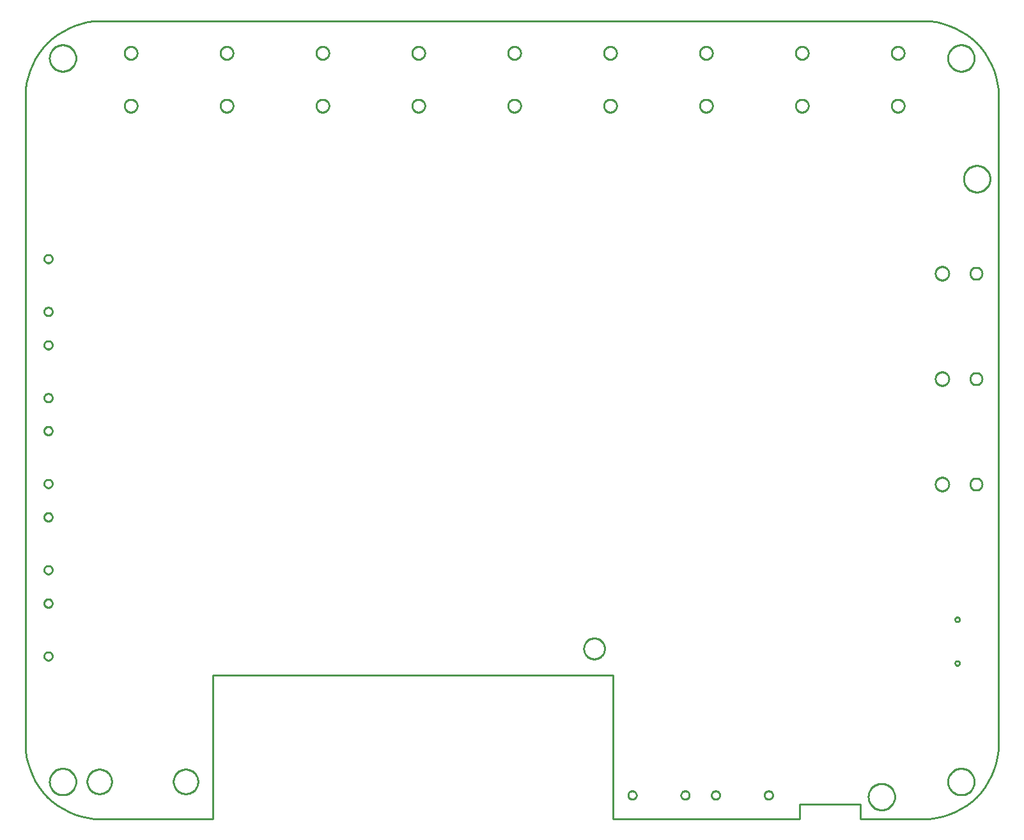
<source format=gko>
G04 EAGLE Gerber RS-274X export*
G75*
%MOMM*%
%FSLAX34Y34*%
%LPD*%
%IN*%
%IPPOS*%
%AMOC8*
5,1,8,0,0,1.08239X$1,22.5*%
G01*
%ADD10C,0.254000*%


D10*
X0Y100000D02*
X381Y91284D01*
X1519Y82635D01*
X3407Y74118D01*
X6031Y65798D01*
X9369Y57738D01*
X13397Y50000D01*
X18085Y42642D01*
X23396Y35721D01*
X29289Y29289D01*
X35721Y23396D01*
X42642Y18085D01*
X50000Y13397D01*
X57738Y9369D01*
X65798Y6031D01*
X74118Y3407D01*
X82635Y1519D01*
X91284Y381D01*
X100000Y0D01*
X248600Y0D01*
X248600Y190660D01*
X778670Y190660D01*
X778670Y0D01*
X1026000Y0D01*
X1026000Y20000D01*
X1106000Y20000D01*
X1106000Y0D01*
X1189050Y0D01*
X1197766Y381D01*
X1206415Y1519D01*
X1214932Y3407D01*
X1223252Y6031D01*
X1231312Y9369D01*
X1239050Y13397D01*
X1246408Y18085D01*
X1253329Y23396D01*
X1259761Y29289D01*
X1265654Y35721D01*
X1270965Y42642D01*
X1275653Y50000D01*
X1279681Y57738D01*
X1283019Y65798D01*
X1285643Y74118D01*
X1287531Y82635D01*
X1288669Y91284D01*
X1289050Y100000D01*
X1289050Y957910D01*
X1288669Y966626D01*
X1287531Y975275D01*
X1285643Y983792D01*
X1283019Y992112D01*
X1279681Y1000172D01*
X1275653Y1007910D01*
X1270965Y1015268D01*
X1265654Y1022189D01*
X1259761Y1028621D01*
X1253329Y1034514D01*
X1246408Y1039825D01*
X1239050Y1044513D01*
X1231312Y1048541D01*
X1223252Y1051879D01*
X1214932Y1054503D01*
X1206415Y1056391D01*
X1197766Y1057529D01*
X1189050Y1057910D01*
X100000Y1057910D01*
X91284Y1057529D01*
X82635Y1056391D01*
X74118Y1054503D01*
X65798Y1051879D01*
X57738Y1048541D01*
X50000Y1044513D01*
X42642Y1039825D01*
X35721Y1034514D01*
X29289Y1028621D01*
X23396Y1022189D01*
X18085Y1015268D01*
X13397Y1007910D01*
X9369Y1000172D01*
X6031Y992112D01*
X3407Y983792D01*
X1519Y975275D01*
X381Y966626D01*
X0Y957910D01*
X0Y100000D01*
X1257000Y1007927D02*
X1256925Y1006784D01*
X1256776Y1005648D01*
X1256552Y1004524D01*
X1256255Y1003417D01*
X1255887Y1002332D01*
X1255449Y1001274D01*
X1254942Y1000246D01*
X1254369Y999254D01*
X1253732Y998301D01*
X1253035Y997392D01*
X1252279Y996531D01*
X1251469Y995721D01*
X1250608Y994965D01*
X1249699Y994268D01*
X1248746Y993631D01*
X1247754Y993058D01*
X1246726Y992551D01*
X1245668Y992113D01*
X1244583Y991745D01*
X1243476Y991448D01*
X1242352Y991225D01*
X1241216Y991075D01*
X1240073Y991000D01*
X1238927Y991000D01*
X1237784Y991075D01*
X1236648Y991225D01*
X1235524Y991448D01*
X1234417Y991745D01*
X1233332Y992113D01*
X1232274Y992551D01*
X1231246Y993058D01*
X1230254Y993631D01*
X1229301Y994268D01*
X1228392Y994965D01*
X1227531Y995721D01*
X1226721Y996531D01*
X1225965Y997392D01*
X1225268Y998301D01*
X1224631Y999254D01*
X1224058Y1000246D01*
X1223551Y1001274D01*
X1223113Y1002332D01*
X1222745Y1003417D01*
X1222448Y1004524D01*
X1222225Y1005648D01*
X1222075Y1006784D01*
X1222000Y1007927D01*
X1222000Y1009073D01*
X1222075Y1010216D01*
X1222225Y1011352D01*
X1222448Y1012476D01*
X1222745Y1013583D01*
X1223113Y1014668D01*
X1223551Y1015726D01*
X1224058Y1016754D01*
X1224631Y1017746D01*
X1225268Y1018699D01*
X1225965Y1019608D01*
X1226721Y1020469D01*
X1227531Y1021279D01*
X1228392Y1022035D01*
X1229301Y1022732D01*
X1230254Y1023369D01*
X1231246Y1023942D01*
X1232274Y1024449D01*
X1233332Y1024887D01*
X1234417Y1025255D01*
X1235524Y1025552D01*
X1236648Y1025776D01*
X1237784Y1025925D01*
X1238927Y1026000D01*
X1240073Y1026000D01*
X1241216Y1025925D01*
X1242352Y1025776D01*
X1243476Y1025552D01*
X1244583Y1025255D01*
X1245668Y1024887D01*
X1246726Y1024449D01*
X1247754Y1023942D01*
X1248746Y1023369D01*
X1249699Y1022732D01*
X1250608Y1022035D01*
X1251469Y1021279D01*
X1252279Y1020469D01*
X1253035Y1019608D01*
X1253732Y1018699D01*
X1254369Y1017746D01*
X1254942Y1016754D01*
X1255449Y1015726D01*
X1255887Y1014668D01*
X1256255Y1013583D01*
X1256552Y1012476D01*
X1256776Y1011352D01*
X1256925Y1010216D01*
X1257000Y1009073D01*
X1257000Y1007927D01*
X67000Y1007927D02*
X66925Y1006784D01*
X66776Y1005648D01*
X66552Y1004524D01*
X66255Y1003417D01*
X65887Y1002332D01*
X65449Y1001274D01*
X64942Y1000246D01*
X64369Y999254D01*
X63732Y998301D01*
X63035Y997392D01*
X62279Y996531D01*
X61469Y995721D01*
X60608Y994965D01*
X59699Y994268D01*
X58746Y993631D01*
X57754Y993058D01*
X56726Y992551D01*
X55668Y992113D01*
X54583Y991745D01*
X53476Y991448D01*
X52352Y991225D01*
X51216Y991075D01*
X50073Y991000D01*
X48927Y991000D01*
X47784Y991075D01*
X46648Y991225D01*
X45524Y991448D01*
X44417Y991745D01*
X43332Y992113D01*
X42274Y992551D01*
X41246Y993058D01*
X40254Y993631D01*
X39301Y994268D01*
X38392Y994965D01*
X37531Y995721D01*
X36721Y996531D01*
X35965Y997392D01*
X35268Y998301D01*
X34631Y999254D01*
X34058Y1000246D01*
X33551Y1001274D01*
X33113Y1002332D01*
X32745Y1003417D01*
X32448Y1004524D01*
X32225Y1005648D01*
X32075Y1006784D01*
X32000Y1007927D01*
X32000Y1009073D01*
X32075Y1010216D01*
X32225Y1011352D01*
X32448Y1012476D01*
X32745Y1013583D01*
X33113Y1014668D01*
X33551Y1015726D01*
X34058Y1016754D01*
X34631Y1017746D01*
X35268Y1018699D01*
X35965Y1019608D01*
X36721Y1020469D01*
X37531Y1021279D01*
X38392Y1022035D01*
X39301Y1022732D01*
X40254Y1023369D01*
X41246Y1023942D01*
X42274Y1024449D01*
X43332Y1024887D01*
X44417Y1025255D01*
X45524Y1025552D01*
X46648Y1025776D01*
X47784Y1025925D01*
X48927Y1026000D01*
X50073Y1026000D01*
X51216Y1025925D01*
X52352Y1025776D01*
X53476Y1025552D01*
X54583Y1025255D01*
X55668Y1024887D01*
X56726Y1024449D01*
X57754Y1023942D01*
X58746Y1023369D01*
X59699Y1022732D01*
X60608Y1022035D01*
X61469Y1021279D01*
X62279Y1020469D01*
X63035Y1019608D01*
X63732Y1018699D01*
X64369Y1017746D01*
X64942Y1016754D01*
X65449Y1015726D01*
X65887Y1014668D01*
X66255Y1013583D01*
X66552Y1012476D01*
X66776Y1011352D01*
X66925Y1010216D01*
X67000Y1009073D01*
X67000Y1007927D01*
X67000Y48927D02*
X66925Y47784D01*
X66776Y46648D01*
X66552Y45524D01*
X66255Y44417D01*
X65887Y43332D01*
X65449Y42274D01*
X64942Y41246D01*
X64369Y40254D01*
X63732Y39301D01*
X63035Y38392D01*
X62279Y37531D01*
X61469Y36721D01*
X60608Y35965D01*
X59699Y35268D01*
X58746Y34631D01*
X57754Y34058D01*
X56726Y33551D01*
X55668Y33113D01*
X54583Y32745D01*
X53476Y32448D01*
X52352Y32225D01*
X51216Y32075D01*
X50073Y32000D01*
X48927Y32000D01*
X47784Y32075D01*
X46648Y32225D01*
X45524Y32448D01*
X44417Y32745D01*
X43332Y33113D01*
X42274Y33551D01*
X41246Y34058D01*
X40254Y34631D01*
X39301Y35268D01*
X38392Y35965D01*
X37531Y36721D01*
X36721Y37531D01*
X35965Y38392D01*
X35268Y39301D01*
X34631Y40254D01*
X34058Y41246D01*
X33551Y42274D01*
X33113Y43332D01*
X32745Y44417D01*
X32448Y45524D01*
X32225Y46648D01*
X32075Y47784D01*
X32000Y48927D01*
X32000Y50073D01*
X32075Y51216D01*
X32225Y52352D01*
X32448Y53476D01*
X32745Y54583D01*
X33113Y55668D01*
X33551Y56726D01*
X34058Y57754D01*
X34631Y58746D01*
X35268Y59699D01*
X35965Y60608D01*
X36721Y61469D01*
X37531Y62279D01*
X38392Y63035D01*
X39301Y63732D01*
X40254Y64369D01*
X41246Y64942D01*
X42274Y65449D01*
X43332Y65887D01*
X44417Y66255D01*
X45524Y66552D01*
X46648Y66776D01*
X47784Y66925D01*
X48927Y67000D01*
X50073Y67000D01*
X51216Y66925D01*
X52352Y66776D01*
X53476Y66552D01*
X54583Y66255D01*
X55668Y65887D01*
X56726Y65449D01*
X57754Y64942D01*
X58746Y64369D01*
X59699Y63732D01*
X60608Y63035D01*
X61469Y62279D01*
X62279Y61469D01*
X63035Y60608D01*
X63732Y59699D01*
X64369Y58746D01*
X64942Y57754D01*
X65449Y56726D01*
X65887Y55668D01*
X66255Y54583D01*
X66552Y53476D01*
X66776Y52352D01*
X66925Y51216D01*
X67000Y50073D01*
X67000Y48927D01*
X1257000Y48927D02*
X1256925Y47784D01*
X1256776Y46648D01*
X1256552Y45524D01*
X1256255Y44417D01*
X1255887Y43332D01*
X1255449Y42274D01*
X1254942Y41246D01*
X1254369Y40254D01*
X1253732Y39301D01*
X1253035Y38392D01*
X1252279Y37531D01*
X1251469Y36721D01*
X1250608Y35965D01*
X1249699Y35268D01*
X1248746Y34631D01*
X1247754Y34058D01*
X1246726Y33551D01*
X1245668Y33113D01*
X1244583Y32745D01*
X1243476Y32448D01*
X1242352Y32225D01*
X1241216Y32075D01*
X1240073Y32000D01*
X1238927Y32000D01*
X1237784Y32075D01*
X1236648Y32225D01*
X1235524Y32448D01*
X1234417Y32745D01*
X1233332Y33113D01*
X1232274Y33551D01*
X1231246Y34058D01*
X1230254Y34631D01*
X1229301Y35268D01*
X1228392Y35965D01*
X1227531Y36721D01*
X1226721Y37531D01*
X1225965Y38392D01*
X1225268Y39301D01*
X1224631Y40254D01*
X1224058Y41246D01*
X1223551Y42274D01*
X1223113Y43332D01*
X1222745Y44417D01*
X1222448Y45524D01*
X1222225Y46648D01*
X1222075Y47784D01*
X1222000Y48927D01*
X1222000Y50073D01*
X1222075Y51216D01*
X1222225Y52352D01*
X1222448Y53476D01*
X1222745Y54583D01*
X1223113Y55668D01*
X1223551Y56726D01*
X1224058Y57754D01*
X1224631Y58746D01*
X1225268Y59699D01*
X1225965Y60608D01*
X1226721Y61469D01*
X1227531Y62279D01*
X1228392Y63035D01*
X1229301Y63732D01*
X1230254Y64369D01*
X1231246Y64942D01*
X1232274Y65449D01*
X1233332Y65887D01*
X1234417Y66255D01*
X1235524Y66552D01*
X1236648Y66776D01*
X1237784Y66925D01*
X1238927Y67000D01*
X1240073Y67000D01*
X1241216Y66925D01*
X1242352Y66776D01*
X1243476Y66552D01*
X1244583Y66255D01*
X1245668Y65887D01*
X1246726Y65449D01*
X1247754Y64942D01*
X1248746Y64369D01*
X1249699Y63732D01*
X1250608Y63035D01*
X1251469Y62279D01*
X1252279Y61469D01*
X1253035Y60608D01*
X1253732Y59699D01*
X1254369Y58746D01*
X1254942Y57754D01*
X1255449Y56726D01*
X1255887Y55668D01*
X1256255Y54583D01*
X1256552Y53476D01*
X1256776Y52352D01*
X1256925Y51216D01*
X1257000Y50073D01*
X1257000Y48927D01*
X1277909Y847942D02*
X1277834Y846799D01*
X1277685Y845663D01*
X1277461Y844539D01*
X1277165Y843432D01*
X1276796Y842347D01*
X1276358Y841289D01*
X1275851Y840261D01*
X1275278Y839269D01*
X1274642Y838316D01*
X1273944Y837407D01*
X1273189Y836546D01*
X1272378Y835735D01*
X1271517Y834980D01*
X1270608Y834282D01*
X1269655Y833646D01*
X1268663Y833073D01*
X1267635Y832566D01*
X1266577Y832128D01*
X1265492Y831759D01*
X1264385Y831463D01*
X1263261Y831239D01*
X1262125Y831090D01*
X1260982Y831015D01*
X1259836Y831015D01*
X1258693Y831090D01*
X1257557Y831239D01*
X1256433Y831463D01*
X1255326Y831759D01*
X1254241Y832128D01*
X1253183Y832566D01*
X1252155Y833073D01*
X1251163Y833646D01*
X1250210Y834282D01*
X1249301Y834980D01*
X1248440Y835735D01*
X1247630Y836546D01*
X1246874Y837407D01*
X1246177Y838316D01*
X1245540Y839269D01*
X1244967Y840261D01*
X1244460Y841289D01*
X1244022Y842347D01*
X1243654Y843432D01*
X1243357Y844539D01*
X1243134Y845663D01*
X1242984Y846799D01*
X1242909Y847942D01*
X1242909Y849088D01*
X1242984Y850231D01*
X1243134Y851367D01*
X1243357Y852491D01*
X1243654Y853598D01*
X1244022Y854683D01*
X1244460Y855741D01*
X1244967Y856769D01*
X1245540Y857761D01*
X1246177Y858714D01*
X1246874Y859623D01*
X1247630Y860484D01*
X1248440Y861294D01*
X1249301Y862050D01*
X1250210Y862747D01*
X1251163Y863384D01*
X1252155Y863957D01*
X1253183Y864464D01*
X1254241Y864902D01*
X1255326Y865270D01*
X1256433Y865567D01*
X1257557Y865790D01*
X1258693Y865940D01*
X1259836Y866015D01*
X1260982Y866015D01*
X1262125Y865940D01*
X1263261Y865790D01*
X1264385Y865567D01*
X1265492Y865270D01*
X1266577Y864902D01*
X1267635Y864464D01*
X1268663Y863957D01*
X1269655Y863384D01*
X1270608Y862747D01*
X1271517Y862050D01*
X1272378Y861294D01*
X1273189Y860484D01*
X1273944Y859623D01*
X1274642Y858714D01*
X1275278Y857761D01*
X1275851Y856769D01*
X1276358Y855741D01*
X1276796Y854683D01*
X1277165Y853598D01*
X1277461Y852491D01*
X1277685Y851367D01*
X1277834Y850231D01*
X1277909Y849088D01*
X1277909Y847942D01*
X1151600Y28927D02*
X1151525Y27784D01*
X1151376Y26648D01*
X1151152Y25524D01*
X1150855Y24417D01*
X1150487Y23332D01*
X1150049Y22274D01*
X1149542Y21246D01*
X1148969Y20254D01*
X1148332Y19301D01*
X1147635Y18392D01*
X1146879Y17531D01*
X1146069Y16721D01*
X1145208Y15965D01*
X1144299Y15268D01*
X1143346Y14631D01*
X1142354Y14058D01*
X1141326Y13551D01*
X1140268Y13113D01*
X1139183Y12745D01*
X1138076Y12448D01*
X1136952Y12225D01*
X1135816Y12075D01*
X1134673Y12000D01*
X1133527Y12000D01*
X1132384Y12075D01*
X1131248Y12225D01*
X1130124Y12448D01*
X1129017Y12745D01*
X1127932Y13113D01*
X1126874Y13551D01*
X1125846Y14058D01*
X1124854Y14631D01*
X1123901Y15268D01*
X1122992Y15965D01*
X1122131Y16721D01*
X1121321Y17531D01*
X1120565Y18392D01*
X1119868Y19301D01*
X1119231Y20254D01*
X1118658Y21246D01*
X1118151Y22274D01*
X1117713Y23332D01*
X1117345Y24417D01*
X1117048Y25524D01*
X1116825Y26648D01*
X1116675Y27784D01*
X1116600Y28927D01*
X1116600Y30073D01*
X1116675Y31216D01*
X1116825Y32352D01*
X1117048Y33476D01*
X1117345Y34583D01*
X1117713Y35668D01*
X1118151Y36726D01*
X1118658Y37754D01*
X1119231Y38746D01*
X1119868Y39699D01*
X1120565Y40608D01*
X1121321Y41469D01*
X1122131Y42279D01*
X1122992Y43035D01*
X1123901Y43732D01*
X1124854Y44369D01*
X1125846Y44942D01*
X1126874Y45449D01*
X1127932Y45887D01*
X1129017Y46255D01*
X1130124Y46552D01*
X1131248Y46776D01*
X1132384Y46925D01*
X1133527Y47000D01*
X1134673Y47000D01*
X1135816Y46925D01*
X1136952Y46776D01*
X1138076Y46552D01*
X1139183Y46255D01*
X1140268Y45887D01*
X1141326Y45449D01*
X1142354Y44942D01*
X1143346Y44369D01*
X1144299Y43732D01*
X1145208Y43035D01*
X1146069Y42279D01*
X1146879Y41469D01*
X1147635Y40608D01*
X1148332Y39699D01*
X1148969Y38746D01*
X1149542Y37754D01*
X1150049Y36726D01*
X1150487Y35668D01*
X1150855Y34583D01*
X1151152Y33476D01*
X1151376Y32352D01*
X1151525Y31216D01*
X1151600Y30073D01*
X1151600Y28927D01*
X148200Y1015004D02*
X148135Y1014265D01*
X148006Y1013534D01*
X147814Y1012817D01*
X147560Y1012120D01*
X147247Y1011447D01*
X146876Y1010804D01*
X146450Y1010196D01*
X145973Y1009628D01*
X145448Y1009103D01*
X144879Y1008626D01*
X144271Y1008200D01*
X143629Y1007829D01*
X142956Y1007515D01*
X142258Y1007261D01*
X141542Y1007069D01*
X140811Y1006940D01*
X140071Y1006876D01*
X139329Y1006876D01*
X138589Y1006940D01*
X137859Y1007069D01*
X137142Y1007261D01*
X136444Y1007515D01*
X135771Y1007829D01*
X135129Y1008200D01*
X134521Y1008626D01*
X133952Y1009103D01*
X133427Y1009628D01*
X132950Y1010196D01*
X132524Y1010804D01*
X132153Y1011447D01*
X131840Y1012120D01*
X131586Y1012817D01*
X131394Y1013534D01*
X131265Y1014265D01*
X131200Y1015004D01*
X131200Y1015747D01*
X131265Y1016486D01*
X131394Y1017217D01*
X131586Y1017934D01*
X131840Y1018631D01*
X132153Y1019304D01*
X132524Y1019947D01*
X132950Y1020555D01*
X133427Y1021124D01*
X133952Y1021648D01*
X134521Y1022126D01*
X135129Y1022551D01*
X135771Y1022922D01*
X136444Y1023236D01*
X137142Y1023490D01*
X137859Y1023682D01*
X138589Y1023811D01*
X139329Y1023876D01*
X140071Y1023876D01*
X140811Y1023811D01*
X141542Y1023682D01*
X142258Y1023490D01*
X142956Y1023236D01*
X143629Y1022922D01*
X144271Y1022551D01*
X144879Y1022126D01*
X145448Y1021648D01*
X145973Y1021124D01*
X146450Y1020555D01*
X146876Y1019947D01*
X147247Y1019304D01*
X147560Y1018631D01*
X147814Y1017934D01*
X148006Y1017217D01*
X148135Y1016486D01*
X148200Y1015747D01*
X148200Y1015004D01*
X148200Y945004D02*
X148135Y944265D01*
X148006Y943534D01*
X147814Y942817D01*
X147560Y942120D01*
X147247Y941447D01*
X146876Y940804D01*
X146450Y940196D01*
X145973Y939628D01*
X145448Y939103D01*
X144879Y938626D01*
X144271Y938200D01*
X143629Y937829D01*
X142956Y937515D01*
X142258Y937261D01*
X141542Y937069D01*
X140811Y936940D01*
X140071Y936876D01*
X139329Y936876D01*
X138589Y936940D01*
X137859Y937069D01*
X137142Y937261D01*
X136444Y937515D01*
X135771Y937829D01*
X135129Y938200D01*
X134521Y938626D01*
X133952Y939103D01*
X133427Y939628D01*
X132950Y940196D01*
X132524Y940804D01*
X132153Y941447D01*
X131840Y942120D01*
X131586Y942817D01*
X131394Y943534D01*
X131265Y944265D01*
X131200Y945004D01*
X131200Y945747D01*
X131265Y946486D01*
X131394Y947217D01*
X131586Y947934D01*
X131840Y948631D01*
X132153Y949304D01*
X132524Y949947D01*
X132950Y950555D01*
X133427Y951124D01*
X133952Y951648D01*
X134521Y952126D01*
X135129Y952551D01*
X135771Y952922D01*
X136444Y953236D01*
X137142Y953490D01*
X137859Y953682D01*
X138589Y953811D01*
X139329Y953876D01*
X140071Y953876D01*
X140811Y953811D01*
X141542Y953682D01*
X142258Y953490D01*
X142956Y953236D01*
X143629Y952922D01*
X144271Y952551D01*
X144879Y952126D01*
X145448Y951648D01*
X145973Y951124D01*
X146450Y950555D01*
X146876Y949947D01*
X147247Y949304D01*
X147560Y948631D01*
X147814Y947934D01*
X148006Y947217D01*
X148135Y946486D01*
X148200Y945747D01*
X148200Y945004D01*
X275200Y1015004D02*
X275135Y1014265D01*
X275006Y1013534D01*
X274814Y1012817D01*
X274560Y1012120D01*
X274247Y1011447D01*
X273876Y1010804D01*
X273450Y1010196D01*
X272973Y1009628D01*
X272448Y1009103D01*
X271879Y1008626D01*
X271271Y1008200D01*
X270629Y1007829D01*
X269956Y1007515D01*
X269258Y1007261D01*
X268542Y1007069D01*
X267811Y1006940D01*
X267071Y1006876D01*
X266329Y1006876D01*
X265589Y1006940D01*
X264859Y1007069D01*
X264142Y1007261D01*
X263444Y1007515D01*
X262771Y1007829D01*
X262129Y1008200D01*
X261521Y1008626D01*
X260952Y1009103D01*
X260427Y1009628D01*
X259950Y1010196D01*
X259524Y1010804D01*
X259153Y1011447D01*
X258840Y1012120D01*
X258586Y1012817D01*
X258394Y1013534D01*
X258265Y1014265D01*
X258200Y1015004D01*
X258200Y1015747D01*
X258265Y1016486D01*
X258394Y1017217D01*
X258586Y1017934D01*
X258840Y1018631D01*
X259153Y1019304D01*
X259524Y1019947D01*
X259950Y1020555D01*
X260427Y1021124D01*
X260952Y1021648D01*
X261521Y1022126D01*
X262129Y1022551D01*
X262771Y1022922D01*
X263444Y1023236D01*
X264142Y1023490D01*
X264859Y1023682D01*
X265589Y1023811D01*
X266329Y1023876D01*
X267071Y1023876D01*
X267811Y1023811D01*
X268542Y1023682D01*
X269258Y1023490D01*
X269956Y1023236D01*
X270629Y1022922D01*
X271271Y1022551D01*
X271879Y1022126D01*
X272448Y1021648D01*
X272973Y1021124D01*
X273450Y1020555D01*
X273876Y1019947D01*
X274247Y1019304D01*
X274560Y1018631D01*
X274814Y1017934D01*
X275006Y1017217D01*
X275135Y1016486D01*
X275200Y1015747D01*
X275200Y1015004D01*
X275200Y945004D02*
X275135Y944265D01*
X275006Y943534D01*
X274814Y942817D01*
X274560Y942120D01*
X274247Y941447D01*
X273876Y940804D01*
X273450Y940196D01*
X272973Y939628D01*
X272448Y939103D01*
X271879Y938626D01*
X271271Y938200D01*
X270629Y937829D01*
X269956Y937515D01*
X269258Y937261D01*
X268542Y937069D01*
X267811Y936940D01*
X267071Y936876D01*
X266329Y936876D01*
X265589Y936940D01*
X264859Y937069D01*
X264142Y937261D01*
X263444Y937515D01*
X262771Y937829D01*
X262129Y938200D01*
X261521Y938626D01*
X260952Y939103D01*
X260427Y939628D01*
X259950Y940196D01*
X259524Y940804D01*
X259153Y941447D01*
X258840Y942120D01*
X258586Y942817D01*
X258394Y943534D01*
X258265Y944265D01*
X258200Y945004D01*
X258200Y945747D01*
X258265Y946486D01*
X258394Y947217D01*
X258586Y947934D01*
X258840Y948631D01*
X259153Y949304D01*
X259524Y949947D01*
X259950Y950555D01*
X260427Y951124D01*
X260952Y951648D01*
X261521Y952126D01*
X262129Y952551D01*
X262771Y952922D01*
X263444Y953236D01*
X264142Y953490D01*
X264859Y953682D01*
X265589Y953811D01*
X266329Y953876D01*
X267071Y953876D01*
X267811Y953811D01*
X268542Y953682D01*
X269258Y953490D01*
X269956Y953236D01*
X270629Y952922D01*
X271271Y952551D01*
X271879Y952126D01*
X272448Y951648D01*
X272973Y951124D01*
X273450Y950555D01*
X273876Y949947D01*
X274247Y949304D01*
X274560Y948631D01*
X274814Y947934D01*
X275006Y947217D01*
X275135Y946486D01*
X275200Y945747D01*
X275200Y945004D01*
X402200Y1015004D02*
X402135Y1014265D01*
X402006Y1013534D01*
X401814Y1012817D01*
X401560Y1012120D01*
X401247Y1011447D01*
X400876Y1010804D01*
X400450Y1010196D01*
X399973Y1009628D01*
X399448Y1009103D01*
X398879Y1008626D01*
X398271Y1008200D01*
X397629Y1007829D01*
X396956Y1007515D01*
X396258Y1007261D01*
X395542Y1007069D01*
X394811Y1006940D01*
X394071Y1006876D01*
X393329Y1006876D01*
X392589Y1006940D01*
X391859Y1007069D01*
X391142Y1007261D01*
X390444Y1007515D01*
X389771Y1007829D01*
X389129Y1008200D01*
X388521Y1008626D01*
X387952Y1009103D01*
X387427Y1009628D01*
X386950Y1010196D01*
X386524Y1010804D01*
X386153Y1011447D01*
X385840Y1012120D01*
X385586Y1012817D01*
X385394Y1013534D01*
X385265Y1014265D01*
X385200Y1015004D01*
X385200Y1015747D01*
X385265Y1016486D01*
X385394Y1017217D01*
X385586Y1017934D01*
X385840Y1018631D01*
X386153Y1019304D01*
X386524Y1019947D01*
X386950Y1020555D01*
X387427Y1021124D01*
X387952Y1021648D01*
X388521Y1022126D01*
X389129Y1022551D01*
X389771Y1022922D01*
X390444Y1023236D01*
X391142Y1023490D01*
X391859Y1023682D01*
X392589Y1023811D01*
X393329Y1023876D01*
X394071Y1023876D01*
X394811Y1023811D01*
X395542Y1023682D01*
X396258Y1023490D01*
X396956Y1023236D01*
X397629Y1022922D01*
X398271Y1022551D01*
X398879Y1022126D01*
X399448Y1021648D01*
X399973Y1021124D01*
X400450Y1020555D01*
X400876Y1019947D01*
X401247Y1019304D01*
X401560Y1018631D01*
X401814Y1017934D01*
X402006Y1017217D01*
X402135Y1016486D01*
X402200Y1015747D01*
X402200Y1015004D01*
X402200Y945004D02*
X402135Y944265D01*
X402006Y943534D01*
X401814Y942817D01*
X401560Y942120D01*
X401247Y941447D01*
X400876Y940804D01*
X400450Y940196D01*
X399973Y939628D01*
X399448Y939103D01*
X398879Y938626D01*
X398271Y938200D01*
X397629Y937829D01*
X396956Y937515D01*
X396258Y937261D01*
X395542Y937069D01*
X394811Y936940D01*
X394071Y936876D01*
X393329Y936876D01*
X392589Y936940D01*
X391859Y937069D01*
X391142Y937261D01*
X390444Y937515D01*
X389771Y937829D01*
X389129Y938200D01*
X388521Y938626D01*
X387952Y939103D01*
X387427Y939628D01*
X386950Y940196D01*
X386524Y940804D01*
X386153Y941447D01*
X385840Y942120D01*
X385586Y942817D01*
X385394Y943534D01*
X385265Y944265D01*
X385200Y945004D01*
X385200Y945747D01*
X385265Y946486D01*
X385394Y947217D01*
X385586Y947934D01*
X385840Y948631D01*
X386153Y949304D01*
X386524Y949947D01*
X386950Y950555D01*
X387427Y951124D01*
X387952Y951648D01*
X388521Y952126D01*
X389129Y952551D01*
X389771Y952922D01*
X390444Y953236D01*
X391142Y953490D01*
X391859Y953682D01*
X392589Y953811D01*
X393329Y953876D01*
X394071Y953876D01*
X394811Y953811D01*
X395542Y953682D01*
X396258Y953490D01*
X396956Y953236D01*
X397629Y952922D01*
X398271Y952551D01*
X398879Y952126D01*
X399448Y951648D01*
X399973Y951124D01*
X400450Y950555D01*
X400876Y949947D01*
X401247Y949304D01*
X401560Y948631D01*
X401814Y947934D01*
X402006Y947217D01*
X402135Y946486D01*
X402200Y945747D01*
X402200Y945004D01*
X1251355Y723597D02*
X1251432Y724379D01*
X1251586Y725150D01*
X1251814Y725902D01*
X1252115Y726628D01*
X1252485Y727322D01*
X1252922Y727975D01*
X1253420Y728583D01*
X1253976Y729139D01*
X1254584Y729637D01*
X1255237Y730074D01*
X1255931Y730444D01*
X1256657Y730745D01*
X1257409Y730973D01*
X1258180Y731127D01*
X1258962Y731204D01*
X1259748Y731204D01*
X1260530Y731127D01*
X1261301Y730973D01*
X1262054Y730745D01*
X1262780Y730444D01*
X1263473Y730074D01*
X1264126Y729637D01*
X1264734Y729139D01*
X1265290Y728583D01*
X1265789Y727975D01*
X1266225Y727322D01*
X1266596Y726628D01*
X1266897Y725902D01*
X1267125Y725150D01*
X1267278Y724379D01*
X1267355Y723597D01*
X1267355Y722811D01*
X1267278Y722029D01*
X1267125Y721258D01*
X1266897Y720505D01*
X1266596Y719779D01*
X1266225Y719086D01*
X1265789Y718432D01*
X1265290Y717825D01*
X1264734Y717269D01*
X1264126Y716770D01*
X1263473Y716334D01*
X1262780Y715963D01*
X1262054Y715662D01*
X1261301Y715434D01*
X1260530Y715281D01*
X1259748Y715204D01*
X1258962Y715204D01*
X1258180Y715281D01*
X1257409Y715434D01*
X1256657Y715662D01*
X1255931Y715963D01*
X1255237Y716334D01*
X1254584Y716770D01*
X1253976Y717269D01*
X1253420Y717825D01*
X1252922Y718432D01*
X1252485Y719086D01*
X1252115Y719779D01*
X1251814Y720505D01*
X1251586Y721258D01*
X1251432Y722029D01*
X1251355Y722811D01*
X1251355Y723597D01*
X1205355Y723597D02*
X1205424Y724380D01*
X1205560Y725154D01*
X1205764Y725913D01*
X1206032Y726651D01*
X1206364Y727363D01*
X1206757Y728044D01*
X1207208Y728688D01*
X1207713Y729290D01*
X1208269Y729846D01*
X1208871Y730351D01*
X1209515Y730802D01*
X1210195Y731194D01*
X1210908Y731527D01*
X1211646Y731795D01*
X1212405Y731999D01*
X1213179Y732135D01*
X1213962Y732204D01*
X1214748Y732204D01*
X1215531Y732135D01*
X1216305Y731999D01*
X1217064Y731795D01*
X1217803Y731527D01*
X1218515Y731194D01*
X1219195Y730802D01*
X1219839Y730351D01*
X1220441Y729846D01*
X1220997Y729290D01*
X1221502Y728688D01*
X1221953Y728044D01*
X1222346Y727363D01*
X1222678Y726651D01*
X1222947Y725913D01*
X1223150Y725154D01*
X1223287Y724380D01*
X1223355Y723597D01*
X1223355Y722811D01*
X1223287Y722028D01*
X1223150Y721254D01*
X1222947Y720495D01*
X1222678Y719756D01*
X1222346Y719044D01*
X1221953Y718363D01*
X1221502Y717720D01*
X1220997Y717118D01*
X1220441Y716562D01*
X1219839Y716057D01*
X1219195Y715606D01*
X1218515Y715213D01*
X1217803Y714881D01*
X1217064Y714612D01*
X1216305Y714409D01*
X1215531Y714272D01*
X1214748Y714204D01*
X1213962Y714204D01*
X1213179Y714272D01*
X1212405Y714409D01*
X1211646Y714612D01*
X1210908Y714881D01*
X1210195Y715213D01*
X1209515Y715606D01*
X1208871Y716057D01*
X1208269Y716562D01*
X1207713Y717118D01*
X1207208Y717720D01*
X1206757Y718363D01*
X1206364Y719044D01*
X1206032Y719756D01*
X1205764Y720495D01*
X1205560Y721254D01*
X1205424Y722028D01*
X1205355Y722811D01*
X1205355Y723597D01*
X783200Y1015004D02*
X783135Y1014265D01*
X783006Y1013534D01*
X782814Y1012817D01*
X782560Y1012120D01*
X782247Y1011447D01*
X781876Y1010804D01*
X781450Y1010196D01*
X780973Y1009628D01*
X780448Y1009103D01*
X779879Y1008626D01*
X779271Y1008200D01*
X778629Y1007829D01*
X777956Y1007515D01*
X777258Y1007261D01*
X776542Y1007069D01*
X775811Y1006940D01*
X775071Y1006876D01*
X774329Y1006876D01*
X773589Y1006940D01*
X772859Y1007069D01*
X772142Y1007261D01*
X771444Y1007515D01*
X770771Y1007829D01*
X770129Y1008200D01*
X769521Y1008626D01*
X768952Y1009103D01*
X768427Y1009628D01*
X767950Y1010196D01*
X767524Y1010804D01*
X767153Y1011447D01*
X766840Y1012120D01*
X766586Y1012817D01*
X766394Y1013534D01*
X766265Y1014265D01*
X766200Y1015004D01*
X766200Y1015747D01*
X766265Y1016486D01*
X766394Y1017217D01*
X766586Y1017934D01*
X766840Y1018631D01*
X767153Y1019304D01*
X767524Y1019947D01*
X767950Y1020555D01*
X768427Y1021124D01*
X768952Y1021648D01*
X769521Y1022126D01*
X770129Y1022551D01*
X770771Y1022922D01*
X771444Y1023236D01*
X772142Y1023490D01*
X772859Y1023682D01*
X773589Y1023811D01*
X774329Y1023876D01*
X775071Y1023876D01*
X775811Y1023811D01*
X776542Y1023682D01*
X777258Y1023490D01*
X777956Y1023236D01*
X778629Y1022922D01*
X779271Y1022551D01*
X779879Y1022126D01*
X780448Y1021648D01*
X780973Y1021124D01*
X781450Y1020555D01*
X781876Y1019947D01*
X782247Y1019304D01*
X782560Y1018631D01*
X782814Y1017934D01*
X783006Y1017217D01*
X783135Y1016486D01*
X783200Y1015747D01*
X783200Y1015004D01*
X783200Y945004D02*
X783135Y944265D01*
X783006Y943534D01*
X782814Y942817D01*
X782560Y942120D01*
X782247Y941447D01*
X781876Y940804D01*
X781450Y940196D01*
X780973Y939628D01*
X780448Y939103D01*
X779879Y938626D01*
X779271Y938200D01*
X778629Y937829D01*
X777956Y937515D01*
X777258Y937261D01*
X776542Y937069D01*
X775811Y936940D01*
X775071Y936876D01*
X774329Y936876D01*
X773589Y936940D01*
X772859Y937069D01*
X772142Y937261D01*
X771444Y937515D01*
X770771Y937829D01*
X770129Y938200D01*
X769521Y938626D01*
X768952Y939103D01*
X768427Y939628D01*
X767950Y940196D01*
X767524Y940804D01*
X767153Y941447D01*
X766840Y942120D01*
X766586Y942817D01*
X766394Y943534D01*
X766265Y944265D01*
X766200Y945004D01*
X766200Y945747D01*
X766265Y946486D01*
X766394Y947217D01*
X766586Y947934D01*
X766840Y948631D01*
X767153Y949304D01*
X767524Y949947D01*
X767950Y950555D01*
X768427Y951124D01*
X768952Y951648D01*
X769521Y952126D01*
X770129Y952551D01*
X770771Y952922D01*
X771444Y953236D01*
X772142Y953490D01*
X772859Y953682D01*
X773589Y953811D01*
X774329Y953876D01*
X775071Y953876D01*
X775811Y953811D01*
X776542Y953682D01*
X777258Y953490D01*
X777956Y953236D01*
X778629Y952922D01*
X779271Y952551D01*
X779879Y952126D01*
X780448Y951648D01*
X780973Y951124D01*
X781450Y950555D01*
X781876Y949947D01*
X782247Y949304D01*
X782560Y948631D01*
X782814Y947934D01*
X783006Y947217D01*
X783135Y946486D01*
X783200Y945747D01*
X783200Y945004D01*
X656200Y1015004D02*
X656135Y1014265D01*
X656006Y1013534D01*
X655814Y1012817D01*
X655560Y1012120D01*
X655247Y1011447D01*
X654876Y1010804D01*
X654450Y1010196D01*
X653973Y1009628D01*
X653448Y1009103D01*
X652879Y1008626D01*
X652271Y1008200D01*
X651629Y1007829D01*
X650956Y1007515D01*
X650258Y1007261D01*
X649542Y1007069D01*
X648811Y1006940D01*
X648071Y1006876D01*
X647329Y1006876D01*
X646589Y1006940D01*
X645859Y1007069D01*
X645142Y1007261D01*
X644444Y1007515D01*
X643771Y1007829D01*
X643129Y1008200D01*
X642521Y1008626D01*
X641952Y1009103D01*
X641427Y1009628D01*
X640950Y1010196D01*
X640524Y1010804D01*
X640153Y1011447D01*
X639840Y1012120D01*
X639586Y1012817D01*
X639394Y1013534D01*
X639265Y1014265D01*
X639200Y1015004D01*
X639200Y1015747D01*
X639265Y1016486D01*
X639394Y1017217D01*
X639586Y1017934D01*
X639840Y1018631D01*
X640153Y1019304D01*
X640524Y1019947D01*
X640950Y1020555D01*
X641427Y1021124D01*
X641952Y1021648D01*
X642521Y1022126D01*
X643129Y1022551D01*
X643771Y1022922D01*
X644444Y1023236D01*
X645142Y1023490D01*
X645859Y1023682D01*
X646589Y1023811D01*
X647329Y1023876D01*
X648071Y1023876D01*
X648811Y1023811D01*
X649542Y1023682D01*
X650258Y1023490D01*
X650956Y1023236D01*
X651629Y1022922D01*
X652271Y1022551D01*
X652879Y1022126D01*
X653448Y1021648D01*
X653973Y1021124D01*
X654450Y1020555D01*
X654876Y1019947D01*
X655247Y1019304D01*
X655560Y1018631D01*
X655814Y1017934D01*
X656006Y1017217D01*
X656135Y1016486D01*
X656200Y1015747D01*
X656200Y1015004D01*
X656200Y945004D02*
X656135Y944265D01*
X656006Y943534D01*
X655814Y942817D01*
X655560Y942120D01*
X655247Y941447D01*
X654876Y940804D01*
X654450Y940196D01*
X653973Y939628D01*
X653448Y939103D01*
X652879Y938626D01*
X652271Y938200D01*
X651629Y937829D01*
X650956Y937515D01*
X650258Y937261D01*
X649542Y937069D01*
X648811Y936940D01*
X648071Y936876D01*
X647329Y936876D01*
X646589Y936940D01*
X645859Y937069D01*
X645142Y937261D01*
X644444Y937515D01*
X643771Y937829D01*
X643129Y938200D01*
X642521Y938626D01*
X641952Y939103D01*
X641427Y939628D01*
X640950Y940196D01*
X640524Y940804D01*
X640153Y941447D01*
X639840Y942120D01*
X639586Y942817D01*
X639394Y943534D01*
X639265Y944265D01*
X639200Y945004D01*
X639200Y945747D01*
X639265Y946486D01*
X639394Y947217D01*
X639586Y947934D01*
X639840Y948631D01*
X640153Y949304D01*
X640524Y949947D01*
X640950Y950555D01*
X641427Y951124D01*
X641952Y951648D01*
X642521Y952126D01*
X643129Y952551D01*
X643771Y952922D01*
X644444Y953236D01*
X645142Y953490D01*
X645859Y953682D01*
X646589Y953811D01*
X647329Y953876D01*
X648071Y953876D01*
X648811Y953811D01*
X649542Y953682D01*
X650258Y953490D01*
X650956Y953236D01*
X651629Y952922D01*
X652271Y952551D01*
X652879Y952126D01*
X653448Y951648D01*
X653973Y951124D01*
X654450Y950555D01*
X654876Y949947D01*
X655247Y949304D01*
X655560Y948631D01*
X655814Y947934D01*
X656006Y947217D01*
X656135Y946486D01*
X656200Y945747D01*
X656200Y945004D01*
X529200Y1015004D02*
X529135Y1014265D01*
X529006Y1013534D01*
X528814Y1012817D01*
X528560Y1012120D01*
X528247Y1011447D01*
X527876Y1010804D01*
X527450Y1010196D01*
X526973Y1009628D01*
X526448Y1009103D01*
X525879Y1008626D01*
X525271Y1008200D01*
X524629Y1007829D01*
X523956Y1007515D01*
X523258Y1007261D01*
X522542Y1007069D01*
X521811Y1006940D01*
X521071Y1006876D01*
X520329Y1006876D01*
X519589Y1006940D01*
X518859Y1007069D01*
X518142Y1007261D01*
X517444Y1007515D01*
X516771Y1007829D01*
X516129Y1008200D01*
X515521Y1008626D01*
X514952Y1009103D01*
X514427Y1009628D01*
X513950Y1010196D01*
X513524Y1010804D01*
X513153Y1011447D01*
X512840Y1012120D01*
X512586Y1012817D01*
X512394Y1013534D01*
X512265Y1014265D01*
X512200Y1015004D01*
X512200Y1015747D01*
X512265Y1016486D01*
X512394Y1017217D01*
X512586Y1017934D01*
X512840Y1018631D01*
X513153Y1019304D01*
X513524Y1019947D01*
X513950Y1020555D01*
X514427Y1021124D01*
X514952Y1021648D01*
X515521Y1022126D01*
X516129Y1022551D01*
X516771Y1022922D01*
X517444Y1023236D01*
X518142Y1023490D01*
X518859Y1023682D01*
X519589Y1023811D01*
X520329Y1023876D01*
X521071Y1023876D01*
X521811Y1023811D01*
X522542Y1023682D01*
X523258Y1023490D01*
X523956Y1023236D01*
X524629Y1022922D01*
X525271Y1022551D01*
X525879Y1022126D01*
X526448Y1021648D01*
X526973Y1021124D01*
X527450Y1020555D01*
X527876Y1019947D01*
X528247Y1019304D01*
X528560Y1018631D01*
X528814Y1017934D01*
X529006Y1017217D01*
X529135Y1016486D01*
X529200Y1015747D01*
X529200Y1015004D01*
X529200Y945004D02*
X529135Y944265D01*
X529006Y943534D01*
X528814Y942817D01*
X528560Y942120D01*
X528247Y941447D01*
X527876Y940804D01*
X527450Y940196D01*
X526973Y939628D01*
X526448Y939103D01*
X525879Y938626D01*
X525271Y938200D01*
X524629Y937829D01*
X523956Y937515D01*
X523258Y937261D01*
X522542Y937069D01*
X521811Y936940D01*
X521071Y936876D01*
X520329Y936876D01*
X519589Y936940D01*
X518859Y937069D01*
X518142Y937261D01*
X517444Y937515D01*
X516771Y937829D01*
X516129Y938200D01*
X515521Y938626D01*
X514952Y939103D01*
X514427Y939628D01*
X513950Y940196D01*
X513524Y940804D01*
X513153Y941447D01*
X512840Y942120D01*
X512586Y942817D01*
X512394Y943534D01*
X512265Y944265D01*
X512200Y945004D01*
X512200Y945747D01*
X512265Y946486D01*
X512394Y947217D01*
X512586Y947934D01*
X512840Y948631D01*
X513153Y949304D01*
X513524Y949947D01*
X513950Y950555D01*
X514427Y951124D01*
X514952Y951648D01*
X515521Y952126D01*
X516129Y952551D01*
X516771Y952922D01*
X517444Y953236D01*
X518142Y953490D01*
X518859Y953682D01*
X519589Y953811D01*
X520329Y953876D01*
X521071Y953876D01*
X521811Y953811D01*
X522542Y953682D01*
X523258Y953490D01*
X523956Y953236D01*
X524629Y952922D01*
X525271Y952551D01*
X525879Y952126D01*
X526448Y951648D01*
X526973Y951124D01*
X527450Y950555D01*
X527876Y949947D01*
X528247Y949304D01*
X528560Y948631D01*
X528814Y947934D01*
X529006Y947217D01*
X529135Y946486D01*
X529200Y945747D01*
X529200Y945004D01*
X910200Y1015004D02*
X910135Y1014265D01*
X910006Y1013534D01*
X909814Y1012817D01*
X909560Y1012120D01*
X909247Y1011447D01*
X908876Y1010804D01*
X908450Y1010196D01*
X907973Y1009628D01*
X907448Y1009103D01*
X906879Y1008626D01*
X906271Y1008200D01*
X905629Y1007829D01*
X904956Y1007515D01*
X904258Y1007261D01*
X903542Y1007069D01*
X902811Y1006940D01*
X902071Y1006876D01*
X901329Y1006876D01*
X900589Y1006940D01*
X899859Y1007069D01*
X899142Y1007261D01*
X898444Y1007515D01*
X897771Y1007829D01*
X897129Y1008200D01*
X896521Y1008626D01*
X895952Y1009103D01*
X895427Y1009628D01*
X894950Y1010196D01*
X894524Y1010804D01*
X894153Y1011447D01*
X893840Y1012120D01*
X893586Y1012817D01*
X893394Y1013534D01*
X893265Y1014265D01*
X893200Y1015004D01*
X893200Y1015747D01*
X893265Y1016486D01*
X893394Y1017217D01*
X893586Y1017934D01*
X893840Y1018631D01*
X894153Y1019304D01*
X894524Y1019947D01*
X894950Y1020555D01*
X895427Y1021124D01*
X895952Y1021648D01*
X896521Y1022126D01*
X897129Y1022551D01*
X897771Y1022922D01*
X898444Y1023236D01*
X899142Y1023490D01*
X899859Y1023682D01*
X900589Y1023811D01*
X901329Y1023876D01*
X902071Y1023876D01*
X902811Y1023811D01*
X903542Y1023682D01*
X904258Y1023490D01*
X904956Y1023236D01*
X905629Y1022922D01*
X906271Y1022551D01*
X906879Y1022126D01*
X907448Y1021648D01*
X907973Y1021124D01*
X908450Y1020555D01*
X908876Y1019947D01*
X909247Y1019304D01*
X909560Y1018631D01*
X909814Y1017934D01*
X910006Y1017217D01*
X910135Y1016486D01*
X910200Y1015747D01*
X910200Y1015004D01*
X910200Y945004D02*
X910135Y944265D01*
X910006Y943534D01*
X909814Y942817D01*
X909560Y942120D01*
X909247Y941447D01*
X908876Y940804D01*
X908450Y940196D01*
X907973Y939628D01*
X907448Y939103D01*
X906879Y938626D01*
X906271Y938200D01*
X905629Y937829D01*
X904956Y937515D01*
X904258Y937261D01*
X903542Y937069D01*
X902811Y936940D01*
X902071Y936876D01*
X901329Y936876D01*
X900589Y936940D01*
X899859Y937069D01*
X899142Y937261D01*
X898444Y937515D01*
X897771Y937829D01*
X897129Y938200D01*
X896521Y938626D01*
X895952Y939103D01*
X895427Y939628D01*
X894950Y940196D01*
X894524Y940804D01*
X894153Y941447D01*
X893840Y942120D01*
X893586Y942817D01*
X893394Y943534D01*
X893265Y944265D01*
X893200Y945004D01*
X893200Y945747D01*
X893265Y946486D01*
X893394Y947217D01*
X893586Y947934D01*
X893840Y948631D01*
X894153Y949304D01*
X894524Y949947D01*
X894950Y950555D01*
X895427Y951124D01*
X895952Y951648D01*
X896521Y952126D01*
X897129Y952551D01*
X897771Y952922D01*
X898444Y953236D01*
X899142Y953490D01*
X899859Y953682D01*
X900589Y953811D01*
X901329Y953876D01*
X902071Y953876D01*
X902811Y953811D01*
X903542Y953682D01*
X904258Y953490D01*
X904956Y953236D01*
X905629Y952922D01*
X906271Y952551D01*
X906879Y952126D01*
X907448Y951648D01*
X907973Y951124D01*
X908450Y950555D01*
X908876Y949947D01*
X909247Y949304D01*
X909560Y948631D01*
X909814Y947934D01*
X910006Y947217D01*
X910135Y946486D01*
X910200Y945747D01*
X910200Y945004D01*
X1037200Y1015004D02*
X1037135Y1014265D01*
X1037006Y1013534D01*
X1036814Y1012817D01*
X1036560Y1012120D01*
X1036247Y1011447D01*
X1035876Y1010804D01*
X1035450Y1010196D01*
X1034973Y1009628D01*
X1034448Y1009103D01*
X1033879Y1008626D01*
X1033271Y1008200D01*
X1032629Y1007829D01*
X1031956Y1007515D01*
X1031258Y1007261D01*
X1030542Y1007069D01*
X1029811Y1006940D01*
X1029071Y1006876D01*
X1028329Y1006876D01*
X1027589Y1006940D01*
X1026859Y1007069D01*
X1026142Y1007261D01*
X1025444Y1007515D01*
X1024771Y1007829D01*
X1024129Y1008200D01*
X1023521Y1008626D01*
X1022952Y1009103D01*
X1022427Y1009628D01*
X1021950Y1010196D01*
X1021524Y1010804D01*
X1021153Y1011447D01*
X1020840Y1012120D01*
X1020586Y1012817D01*
X1020394Y1013534D01*
X1020265Y1014265D01*
X1020200Y1015004D01*
X1020200Y1015747D01*
X1020265Y1016486D01*
X1020394Y1017217D01*
X1020586Y1017934D01*
X1020840Y1018631D01*
X1021153Y1019304D01*
X1021524Y1019947D01*
X1021950Y1020555D01*
X1022427Y1021124D01*
X1022952Y1021648D01*
X1023521Y1022126D01*
X1024129Y1022551D01*
X1024771Y1022922D01*
X1025444Y1023236D01*
X1026142Y1023490D01*
X1026859Y1023682D01*
X1027589Y1023811D01*
X1028329Y1023876D01*
X1029071Y1023876D01*
X1029811Y1023811D01*
X1030542Y1023682D01*
X1031258Y1023490D01*
X1031956Y1023236D01*
X1032629Y1022922D01*
X1033271Y1022551D01*
X1033879Y1022126D01*
X1034448Y1021648D01*
X1034973Y1021124D01*
X1035450Y1020555D01*
X1035876Y1019947D01*
X1036247Y1019304D01*
X1036560Y1018631D01*
X1036814Y1017934D01*
X1037006Y1017217D01*
X1037135Y1016486D01*
X1037200Y1015747D01*
X1037200Y1015004D01*
X1037200Y945004D02*
X1037135Y944265D01*
X1037006Y943534D01*
X1036814Y942817D01*
X1036560Y942120D01*
X1036247Y941447D01*
X1035876Y940804D01*
X1035450Y940196D01*
X1034973Y939628D01*
X1034448Y939103D01*
X1033879Y938626D01*
X1033271Y938200D01*
X1032629Y937829D01*
X1031956Y937515D01*
X1031258Y937261D01*
X1030542Y937069D01*
X1029811Y936940D01*
X1029071Y936876D01*
X1028329Y936876D01*
X1027589Y936940D01*
X1026859Y937069D01*
X1026142Y937261D01*
X1025444Y937515D01*
X1024771Y937829D01*
X1024129Y938200D01*
X1023521Y938626D01*
X1022952Y939103D01*
X1022427Y939628D01*
X1021950Y940196D01*
X1021524Y940804D01*
X1021153Y941447D01*
X1020840Y942120D01*
X1020586Y942817D01*
X1020394Y943534D01*
X1020265Y944265D01*
X1020200Y945004D01*
X1020200Y945747D01*
X1020265Y946486D01*
X1020394Y947217D01*
X1020586Y947934D01*
X1020840Y948631D01*
X1021153Y949304D01*
X1021524Y949947D01*
X1021950Y950555D01*
X1022427Y951124D01*
X1022952Y951648D01*
X1023521Y952126D01*
X1024129Y952551D01*
X1024771Y952922D01*
X1025444Y953236D01*
X1026142Y953490D01*
X1026859Y953682D01*
X1027589Y953811D01*
X1028329Y953876D01*
X1029071Y953876D01*
X1029811Y953811D01*
X1030542Y953682D01*
X1031258Y953490D01*
X1031956Y953236D01*
X1032629Y952922D01*
X1033271Y952551D01*
X1033879Y952126D01*
X1034448Y951648D01*
X1034973Y951124D01*
X1035450Y950555D01*
X1035876Y949947D01*
X1036247Y949304D01*
X1036560Y948631D01*
X1036814Y947934D01*
X1037006Y947217D01*
X1037135Y946486D01*
X1037200Y945747D01*
X1037200Y945004D01*
X1164200Y1015004D02*
X1164135Y1014265D01*
X1164006Y1013534D01*
X1163814Y1012817D01*
X1163560Y1012120D01*
X1163247Y1011447D01*
X1162876Y1010804D01*
X1162450Y1010196D01*
X1161973Y1009628D01*
X1161448Y1009103D01*
X1160879Y1008626D01*
X1160271Y1008200D01*
X1159629Y1007829D01*
X1158956Y1007515D01*
X1158258Y1007261D01*
X1157542Y1007069D01*
X1156811Y1006940D01*
X1156071Y1006876D01*
X1155329Y1006876D01*
X1154589Y1006940D01*
X1153859Y1007069D01*
X1153142Y1007261D01*
X1152444Y1007515D01*
X1151771Y1007829D01*
X1151129Y1008200D01*
X1150521Y1008626D01*
X1149952Y1009103D01*
X1149427Y1009628D01*
X1148950Y1010196D01*
X1148524Y1010804D01*
X1148153Y1011447D01*
X1147840Y1012120D01*
X1147586Y1012817D01*
X1147394Y1013534D01*
X1147265Y1014265D01*
X1147200Y1015004D01*
X1147200Y1015747D01*
X1147265Y1016486D01*
X1147394Y1017217D01*
X1147586Y1017934D01*
X1147840Y1018631D01*
X1148153Y1019304D01*
X1148524Y1019947D01*
X1148950Y1020555D01*
X1149427Y1021124D01*
X1149952Y1021648D01*
X1150521Y1022126D01*
X1151129Y1022551D01*
X1151771Y1022922D01*
X1152444Y1023236D01*
X1153142Y1023490D01*
X1153859Y1023682D01*
X1154589Y1023811D01*
X1155329Y1023876D01*
X1156071Y1023876D01*
X1156811Y1023811D01*
X1157542Y1023682D01*
X1158258Y1023490D01*
X1158956Y1023236D01*
X1159629Y1022922D01*
X1160271Y1022551D01*
X1160879Y1022126D01*
X1161448Y1021648D01*
X1161973Y1021124D01*
X1162450Y1020555D01*
X1162876Y1019947D01*
X1163247Y1019304D01*
X1163560Y1018631D01*
X1163814Y1017934D01*
X1164006Y1017217D01*
X1164135Y1016486D01*
X1164200Y1015747D01*
X1164200Y1015004D01*
X1164200Y945004D02*
X1164135Y944265D01*
X1164006Y943534D01*
X1163814Y942817D01*
X1163560Y942120D01*
X1163247Y941447D01*
X1162876Y940804D01*
X1162450Y940196D01*
X1161973Y939628D01*
X1161448Y939103D01*
X1160879Y938626D01*
X1160271Y938200D01*
X1159629Y937829D01*
X1158956Y937515D01*
X1158258Y937261D01*
X1157542Y937069D01*
X1156811Y936940D01*
X1156071Y936876D01*
X1155329Y936876D01*
X1154589Y936940D01*
X1153859Y937069D01*
X1153142Y937261D01*
X1152444Y937515D01*
X1151771Y937829D01*
X1151129Y938200D01*
X1150521Y938626D01*
X1149952Y939103D01*
X1149427Y939628D01*
X1148950Y940196D01*
X1148524Y940804D01*
X1148153Y941447D01*
X1147840Y942120D01*
X1147586Y942817D01*
X1147394Y943534D01*
X1147265Y944265D01*
X1147200Y945004D01*
X1147200Y945747D01*
X1147265Y946486D01*
X1147394Y947217D01*
X1147586Y947934D01*
X1147840Y948631D01*
X1148153Y949304D01*
X1148524Y949947D01*
X1148950Y950555D01*
X1149427Y951124D01*
X1149952Y951648D01*
X1150521Y952126D01*
X1151129Y952551D01*
X1151771Y952922D01*
X1152444Y953236D01*
X1153142Y953490D01*
X1153859Y953682D01*
X1154589Y953811D01*
X1155329Y953876D01*
X1156071Y953876D01*
X1156811Y953811D01*
X1157542Y953682D01*
X1158258Y953490D01*
X1158956Y953236D01*
X1159629Y952922D01*
X1160271Y952551D01*
X1160879Y952126D01*
X1161448Y951648D01*
X1161973Y951124D01*
X1162450Y950555D01*
X1162876Y949947D01*
X1163247Y949304D01*
X1163560Y948631D01*
X1163814Y947934D01*
X1164006Y947217D01*
X1164135Y946486D01*
X1164200Y945747D01*
X1164200Y945004D01*
X1251355Y583897D02*
X1251432Y584679D01*
X1251586Y585450D01*
X1251814Y586202D01*
X1252115Y586928D01*
X1252485Y587622D01*
X1252922Y588275D01*
X1253420Y588883D01*
X1253976Y589439D01*
X1254584Y589937D01*
X1255237Y590374D01*
X1255931Y590744D01*
X1256657Y591045D01*
X1257409Y591273D01*
X1258180Y591427D01*
X1258962Y591504D01*
X1259748Y591504D01*
X1260530Y591427D01*
X1261301Y591273D01*
X1262054Y591045D01*
X1262780Y590744D01*
X1263473Y590374D01*
X1264126Y589937D01*
X1264734Y589439D01*
X1265290Y588883D01*
X1265789Y588275D01*
X1266225Y587622D01*
X1266596Y586928D01*
X1266897Y586202D01*
X1267125Y585450D01*
X1267278Y584679D01*
X1267355Y583897D01*
X1267355Y583111D01*
X1267278Y582329D01*
X1267125Y581558D01*
X1266897Y580805D01*
X1266596Y580079D01*
X1266225Y579386D01*
X1265789Y578732D01*
X1265290Y578125D01*
X1264734Y577569D01*
X1264126Y577070D01*
X1263473Y576634D01*
X1262780Y576263D01*
X1262054Y575962D01*
X1261301Y575734D01*
X1260530Y575581D01*
X1259748Y575504D01*
X1258962Y575504D01*
X1258180Y575581D01*
X1257409Y575734D01*
X1256657Y575962D01*
X1255931Y576263D01*
X1255237Y576634D01*
X1254584Y577070D01*
X1253976Y577569D01*
X1253420Y578125D01*
X1252922Y578732D01*
X1252485Y579386D01*
X1252115Y580079D01*
X1251814Y580805D01*
X1251586Y581558D01*
X1251432Y582329D01*
X1251355Y583111D01*
X1251355Y583897D01*
X1205355Y583897D02*
X1205424Y584680D01*
X1205560Y585454D01*
X1205764Y586213D01*
X1206032Y586951D01*
X1206364Y587663D01*
X1206757Y588344D01*
X1207208Y588988D01*
X1207713Y589590D01*
X1208269Y590146D01*
X1208871Y590651D01*
X1209515Y591102D01*
X1210195Y591494D01*
X1210908Y591827D01*
X1211646Y592095D01*
X1212405Y592299D01*
X1213179Y592435D01*
X1213962Y592504D01*
X1214748Y592504D01*
X1215531Y592435D01*
X1216305Y592299D01*
X1217064Y592095D01*
X1217803Y591827D01*
X1218515Y591494D01*
X1219195Y591102D01*
X1219839Y590651D01*
X1220441Y590146D01*
X1220997Y589590D01*
X1221502Y588988D01*
X1221953Y588344D01*
X1222346Y587663D01*
X1222678Y586951D01*
X1222947Y586213D01*
X1223150Y585454D01*
X1223287Y584680D01*
X1223355Y583897D01*
X1223355Y583111D01*
X1223287Y582328D01*
X1223150Y581554D01*
X1222947Y580795D01*
X1222678Y580056D01*
X1222346Y579344D01*
X1221953Y578663D01*
X1221502Y578020D01*
X1220997Y577418D01*
X1220441Y576862D01*
X1219839Y576357D01*
X1219195Y575906D01*
X1218515Y575513D01*
X1217803Y575181D01*
X1217064Y574912D01*
X1216305Y574709D01*
X1215531Y574572D01*
X1214748Y574504D01*
X1213962Y574504D01*
X1213179Y574572D01*
X1212405Y574709D01*
X1211646Y574912D01*
X1210908Y575181D01*
X1210195Y575513D01*
X1209515Y575906D01*
X1208871Y576357D01*
X1208269Y576862D01*
X1207713Y577418D01*
X1207208Y578020D01*
X1206757Y578663D01*
X1206364Y579344D01*
X1206032Y580056D01*
X1205764Y580795D01*
X1205560Y581554D01*
X1205424Y582328D01*
X1205355Y583111D01*
X1205355Y583897D01*
X1251355Y444197D02*
X1251432Y444979D01*
X1251586Y445750D01*
X1251814Y446502D01*
X1252115Y447228D01*
X1252485Y447922D01*
X1252922Y448575D01*
X1253420Y449183D01*
X1253976Y449739D01*
X1254584Y450237D01*
X1255237Y450674D01*
X1255931Y451044D01*
X1256657Y451345D01*
X1257409Y451573D01*
X1258180Y451727D01*
X1258962Y451804D01*
X1259748Y451804D01*
X1260530Y451727D01*
X1261301Y451573D01*
X1262054Y451345D01*
X1262780Y451044D01*
X1263473Y450674D01*
X1264126Y450237D01*
X1264734Y449739D01*
X1265290Y449183D01*
X1265789Y448575D01*
X1266225Y447922D01*
X1266596Y447228D01*
X1266897Y446502D01*
X1267125Y445750D01*
X1267278Y444979D01*
X1267355Y444197D01*
X1267355Y443411D01*
X1267278Y442629D01*
X1267125Y441858D01*
X1266897Y441105D01*
X1266596Y440379D01*
X1266225Y439686D01*
X1265789Y439032D01*
X1265290Y438425D01*
X1264734Y437869D01*
X1264126Y437370D01*
X1263473Y436934D01*
X1262780Y436563D01*
X1262054Y436262D01*
X1261301Y436034D01*
X1260530Y435881D01*
X1259748Y435804D01*
X1258962Y435804D01*
X1258180Y435881D01*
X1257409Y436034D01*
X1256657Y436262D01*
X1255931Y436563D01*
X1255237Y436934D01*
X1254584Y437370D01*
X1253976Y437869D01*
X1253420Y438425D01*
X1252922Y439032D01*
X1252485Y439686D01*
X1252115Y440379D01*
X1251814Y441105D01*
X1251586Y441858D01*
X1251432Y442629D01*
X1251355Y443411D01*
X1251355Y444197D01*
X1205355Y444197D02*
X1205424Y444980D01*
X1205560Y445754D01*
X1205764Y446513D01*
X1206032Y447251D01*
X1206364Y447963D01*
X1206757Y448644D01*
X1207208Y449288D01*
X1207713Y449890D01*
X1208269Y450446D01*
X1208871Y450951D01*
X1209515Y451402D01*
X1210195Y451794D01*
X1210908Y452127D01*
X1211646Y452395D01*
X1212405Y452599D01*
X1213179Y452735D01*
X1213962Y452804D01*
X1214748Y452804D01*
X1215531Y452735D01*
X1216305Y452599D01*
X1217064Y452395D01*
X1217803Y452127D01*
X1218515Y451794D01*
X1219195Y451402D01*
X1219839Y450951D01*
X1220441Y450446D01*
X1220997Y449890D01*
X1221502Y449288D01*
X1221953Y448644D01*
X1222346Y447963D01*
X1222678Y447251D01*
X1222947Y446513D01*
X1223150Y445754D01*
X1223287Y444980D01*
X1223355Y444197D01*
X1223355Y443411D01*
X1223287Y442628D01*
X1223150Y441854D01*
X1222947Y441095D01*
X1222678Y440356D01*
X1222346Y439644D01*
X1221953Y438963D01*
X1221502Y438320D01*
X1220997Y437718D01*
X1220441Y437162D01*
X1219839Y436657D01*
X1219195Y436206D01*
X1218515Y435813D01*
X1217803Y435481D01*
X1217064Y435212D01*
X1216305Y435009D01*
X1215531Y434872D01*
X1214748Y434804D01*
X1213962Y434804D01*
X1213179Y434872D01*
X1212405Y435009D01*
X1211646Y435212D01*
X1210908Y435481D01*
X1210195Y435813D01*
X1209515Y436206D01*
X1208871Y436657D01*
X1208269Y437162D01*
X1207713Y437718D01*
X1207208Y438320D01*
X1206757Y438963D01*
X1206364Y439644D01*
X1206032Y440356D01*
X1205764Y441095D01*
X1205560Y441854D01*
X1205424Y442628D01*
X1205355Y443411D01*
X1205355Y444197D01*
X114383Y49121D02*
X114313Y48060D01*
X114174Y47005D01*
X113967Y45961D01*
X113692Y44934D01*
X113350Y43926D01*
X112942Y42943D01*
X112472Y41989D01*
X111940Y41067D01*
X111349Y40183D01*
X110701Y39339D01*
X110000Y38539D01*
X109247Y37787D01*
X108447Y37085D01*
X107603Y36437D01*
X106719Y35846D01*
X105797Y35314D01*
X104843Y34844D01*
X103860Y34437D01*
X102853Y34095D01*
X101825Y33819D01*
X100781Y33612D01*
X99727Y33473D01*
X98665Y33403D01*
X97601Y33403D01*
X96539Y33473D01*
X95484Y33612D01*
X94441Y33819D01*
X93413Y34095D01*
X92406Y34437D01*
X91423Y34844D01*
X90469Y35314D01*
X89547Y35846D01*
X88663Y36437D01*
X87818Y37085D01*
X87019Y37787D01*
X86266Y38539D01*
X85565Y39339D01*
X84917Y40183D01*
X84326Y41067D01*
X83794Y41989D01*
X83323Y42943D01*
X82916Y43926D01*
X82574Y44934D01*
X82299Y45961D01*
X82091Y47005D01*
X81952Y48060D01*
X81883Y49121D01*
X81883Y50185D01*
X81952Y51247D01*
X82091Y52302D01*
X82299Y53345D01*
X82574Y54373D01*
X82916Y55380D01*
X83323Y56363D01*
X83794Y57317D01*
X84326Y58239D01*
X84917Y59124D01*
X85565Y59968D01*
X86266Y60767D01*
X87019Y61520D01*
X87818Y62221D01*
X88663Y62869D01*
X89547Y63460D01*
X90469Y63992D01*
X91423Y64463D01*
X92406Y64870D01*
X93413Y65212D01*
X94441Y65487D01*
X95484Y65695D01*
X96539Y65834D01*
X97601Y65903D01*
X98665Y65903D01*
X99727Y65834D01*
X100781Y65695D01*
X101825Y65487D01*
X102853Y65212D01*
X103860Y64870D01*
X104843Y64463D01*
X105797Y63992D01*
X106719Y63460D01*
X107603Y62869D01*
X108447Y62221D01*
X109247Y61520D01*
X110000Y60767D01*
X110701Y59968D01*
X111349Y59124D01*
X111940Y58239D01*
X112472Y57317D01*
X112942Y56363D01*
X113350Y55380D01*
X113692Y54373D01*
X113967Y53345D01*
X114174Y52302D01*
X114313Y51247D01*
X114383Y50185D01*
X114383Y49121D01*
X228683Y49121D02*
X228613Y48060D01*
X228474Y47005D01*
X228267Y45961D01*
X227992Y44934D01*
X227650Y43926D01*
X227242Y42943D01*
X226772Y41989D01*
X226240Y41067D01*
X225649Y40183D01*
X225001Y39339D01*
X224300Y38539D01*
X223547Y37787D01*
X222747Y37085D01*
X221903Y36437D01*
X221019Y35846D01*
X220097Y35314D01*
X219143Y34844D01*
X218160Y34437D01*
X217153Y34095D01*
X216125Y33819D01*
X215081Y33612D01*
X214027Y33473D01*
X212965Y33403D01*
X211901Y33403D01*
X210839Y33473D01*
X209784Y33612D01*
X208741Y33819D01*
X207713Y34095D01*
X206706Y34437D01*
X205723Y34844D01*
X204769Y35314D01*
X203847Y35846D01*
X202963Y36437D01*
X202118Y37085D01*
X201319Y37787D01*
X200566Y38539D01*
X199865Y39339D01*
X199217Y40183D01*
X198626Y41067D01*
X198094Y41989D01*
X197623Y42943D01*
X197216Y43926D01*
X196874Y44934D01*
X196599Y45961D01*
X196391Y47005D01*
X196252Y48060D01*
X196183Y49121D01*
X196183Y50185D01*
X196252Y51247D01*
X196391Y52302D01*
X196599Y53345D01*
X196874Y54373D01*
X197216Y55380D01*
X197623Y56363D01*
X198094Y57317D01*
X198626Y58239D01*
X199217Y59124D01*
X199865Y59968D01*
X200566Y60767D01*
X201319Y61520D01*
X202118Y62221D01*
X202963Y62869D01*
X203847Y63460D01*
X204769Y63992D01*
X205723Y64463D01*
X206706Y64870D01*
X207713Y65212D01*
X208741Y65487D01*
X209784Y65695D01*
X210839Y65834D01*
X211901Y65903D01*
X212965Y65903D01*
X214027Y65834D01*
X215081Y65695D01*
X216125Y65487D01*
X217153Y65212D01*
X218160Y64870D01*
X219143Y64463D01*
X220097Y63992D01*
X221019Y63460D01*
X221903Y62869D01*
X222747Y62221D01*
X223547Y61520D01*
X224300Y60767D01*
X225001Y59968D01*
X225649Y59124D01*
X226240Y58239D01*
X226772Y57317D01*
X227242Y56363D01*
X227650Y55380D01*
X227992Y54373D01*
X228267Y53345D01*
X228474Y52302D01*
X228613Y51247D01*
X228683Y50185D01*
X228683Y49121D01*
X30029Y737110D02*
X29415Y737179D01*
X28812Y737316D01*
X28229Y737520D01*
X27673Y737788D01*
X27150Y738117D01*
X26667Y738502D01*
X26230Y738939D01*
X25845Y739422D01*
X25516Y739945D01*
X25248Y740502D01*
X25044Y741085D01*
X24907Y741687D01*
X24837Y742301D01*
X24837Y742919D01*
X24907Y743532D01*
X25044Y744135D01*
X25248Y744718D01*
X25516Y745274D01*
X25845Y745797D01*
X26230Y746280D01*
X26667Y746717D01*
X27150Y747102D01*
X27673Y747431D01*
X28229Y747699D01*
X28812Y747903D01*
X29415Y748040D01*
X30029Y748110D01*
X30646Y748110D01*
X31260Y748040D01*
X31862Y747903D01*
X32446Y747699D01*
X33002Y747431D01*
X33525Y747102D01*
X34008Y746717D01*
X34445Y746280D01*
X34830Y745797D01*
X35159Y745274D01*
X35427Y744718D01*
X35631Y744135D01*
X35768Y743532D01*
X35837Y742919D01*
X35837Y742301D01*
X35768Y741687D01*
X35631Y741085D01*
X35427Y740502D01*
X35159Y739945D01*
X34830Y739422D01*
X34445Y738939D01*
X34008Y738502D01*
X33525Y738117D01*
X33002Y737788D01*
X32446Y737520D01*
X31862Y737316D01*
X31260Y737179D01*
X30646Y737110D01*
X30029Y737110D01*
X30029Y667110D02*
X29415Y667179D01*
X28812Y667316D01*
X28229Y667520D01*
X27673Y667788D01*
X27150Y668117D01*
X26667Y668502D01*
X26230Y668939D01*
X25845Y669422D01*
X25516Y669945D01*
X25248Y670502D01*
X25044Y671085D01*
X24907Y671687D01*
X24837Y672301D01*
X24837Y672919D01*
X24907Y673532D01*
X25044Y674135D01*
X25248Y674718D01*
X25516Y675274D01*
X25845Y675797D01*
X26230Y676280D01*
X26667Y676717D01*
X27150Y677102D01*
X27673Y677431D01*
X28229Y677699D01*
X28812Y677903D01*
X29415Y678040D01*
X30029Y678110D01*
X30646Y678110D01*
X31260Y678040D01*
X31862Y677903D01*
X32446Y677699D01*
X33002Y677431D01*
X33525Y677102D01*
X34008Y676717D01*
X34445Y676280D01*
X34830Y675797D01*
X35159Y675274D01*
X35427Y674718D01*
X35631Y674135D01*
X35768Y673532D01*
X35837Y672919D01*
X35837Y672301D01*
X35768Y671687D01*
X35631Y671085D01*
X35427Y670502D01*
X35159Y669945D01*
X34830Y669422D01*
X34445Y668939D01*
X34008Y668502D01*
X33525Y668117D01*
X33002Y667788D01*
X32446Y667520D01*
X31862Y667316D01*
X31260Y667179D01*
X30646Y667110D01*
X30029Y667110D01*
X30029Y622810D02*
X29415Y622879D01*
X28812Y623016D01*
X28229Y623220D01*
X27673Y623488D01*
X27150Y623817D01*
X26667Y624202D01*
X26230Y624639D01*
X25845Y625122D01*
X25516Y625645D01*
X25248Y626202D01*
X25044Y626785D01*
X24907Y627387D01*
X24837Y628001D01*
X24837Y628619D01*
X24907Y629232D01*
X25044Y629835D01*
X25248Y630418D01*
X25516Y630974D01*
X25845Y631497D01*
X26230Y631980D01*
X26667Y632417D01*
X27150Y632802D01*
X27673Y633131D01*
X28229Y633399D01*
X28812Y633603D01*
X29415Y633740D01*
X30029Y633810D01*
X30646Y633810D01*
X31260Y633740D01*
X31862Y633603D01*
X32446Y633399D01*
X33002Y633131D01*
X33525Y632802D01*
X34008Y632417D01*
X34445Y631980D01*
X34830Y631497D01*
X35159Y630974D01*
X35427Y630418D01*
X35631Y629835D01*
X35768Y629232D01*
X35837Y628619D01*
X35837Y628001D01*
X35768Y627387D01*
X35631Y626785D01*
X35427Y626202D01*
X35159Y625645D01*
X34830Y625122D01*
X34445Y624639D01*
X34008Y624202D01*
X33525Y623817D01*
X33002Y623488D01*
X32446Y623220D01*
X31862Y623016D01*
X31260Y622879D01*
X30646Y622810D01*
X30029Y622810D01*
X30029Y552810D02*
X29415Y552879D01*
X28812Y553016D01*
X28229Y553220D01*
X27673Y553488D01*
X27150Y553817D01*
X26667Y554202D01*
X26230Y554639D01*
X25845Y555122D01*
X25516Y555645D01*
X25248Y556202D01*
X25044Y556785D01*
X24907Y557387D01*
X24837Y558001D01*
X24837Y558619D01*
X24907Y559232D01*
X25044Y559835D01*
X25248Y560418D01*
X25516Y560974D01*
X25845Y561497D01*
X26230Y561980D01*
X26667Y562417D01*
X27150Y562802D01*
X27673Y563131D01*
X28229Y563399D01*
X28812Y563603D01*
X29415Y563740D01*
X30029Y563810D01*
X30646Y563810D01*
X31260Y563740D01*
X31862Y563603D01*
X32446Y563399D01*
X33002Y563131D01*
X33525Y562802D01*
X34008Y562417D01*
X34445Y561980D01*
X34830Y561497D01*
X35159Y560974D01*
X35427Y560418D01*
X35631Y559835D01*
X35768Y559232D01*
X35837Y558619D01*
X35837Y558001D01*
X35768Y557387D01*
X35631Y556785D01*
X35427Y556202D01*
X35159Y555645D01*
X34830Y555122D01*
X34445Y554639D01*
X34008Y554202D01*
X33525Y553817D01*
X33002Y553488D01*
X32446Y553220D01*
X31862Y553016D01*
X31260Y552879D01*
X30646Y552810D01*
X30029Y552810D01*
X752950Y212128D02*
X751971Y212199D01*
X750999Y212338D01*
X750039Y212547D01*
X749097Y212824D01*
X748176Y213167D01*
X747283Y213575D01*
X746421Y214046D01*
X745595Y214577D01*
X744808Y215165D01*
X744066Y215808D01*
X743372Y216503D01*
X742728Y217245D01*
X742140Y218032D01*
X741609Y218858D01*
X741138Y219720D01*
X740730Y220613D01*
X740387Y221533D01*
X740110Y222476D01*
X739901Y223436D01*
X739762Y224408D01*
X739692Y225387D01*
X739692Y226370D01*
X739762Y227349D01*
X739901Y228321D01*
X740110Y229281D01*
X740387Y230223D01*
X740730Y231144D01*
X741138Y232037D01*
X741609Y232899D01*
X742140Y233725D01*
X742728Y234512D01*
X743372Y235254D01*
X744066Y235948D01*
X744808Y236592D01*
X745595Y237180D01*
X746421Y237711D01*
X747283Y238182D01*
X748176Y238590D01*
X749097Y238933D01*
X750039Y239210D01*
X750999Y239419D01*
X751971Y239558D01*
X752950Y239628D01*
X753933Y239628D01*
X754912Y239558D01*
X755884Y239419D01*
X756844Y239210D01*
X757787Y238933D01*
X758707Y238590D01*
X759600Y238182D01*
X760462Y237711D01*
X761288Y237180D01*
X762075Y236592D01*
X762817Y235948D01*
X763511Y235254D01*
X764155Y234512D01*
X764743Y233725D01*
X765274Y232899D01*
X765745Y232037D01*
X766153Y231144D01*
X766496Y230223D01*
X766773Y229281D01*
X766982Y228321D01*
X767121Y227349D01*
X767192Y226370D01*
X767192Y225387D01*
X767121Y224408D01*
X766982Y223436D01*
X766773Y222476D01*
X766496Y221533D01*
X766153Y220613D01*
X765745Y219720D01*
X765274Y218858D01*
X764743Y218032D01*
X764155Y217245D01*
X763511Y216503D01*
X762817Y215808D01*
X762075Y215165D01*
X761288Y214577D01*
X760462Y214046D01*
X759600Y213575D01*
X758707Y213167D01*
X757787Y212824D01*
X756844Y212547D01*
X755884Y212338D01*
X754912Y212199D01*
X753933Y212128D01*
X752950Y212128D01*
X30029Y509070D02*
X29415Y509139D01*
X28812Y509276D01*
X28229Y509480D01*
X27673Y509748D01*
X27150Y510077D01*
X26667Y510462D01*
X26230Y510899D01*
X25845Y511382D01*
X25516Y511905D01*
X25248Y512462D01*
X25044Y513045D01*
X24907Y513647D01*
X24837Y514261D01*
X24837Y514879D01*
X24907Y515492D01*
X25044Y516095D01*
X25248Y516678D01*
X25516Y517234D01*
X25845Y517757D01*
X26230Y518240D01*
X26667Y518677D01*
X27150Y519062D01*
X27673Y519391D01*
X28229Y519659D01*
X28812Y519863D01*
X29415Y520000D01*
X30029Y520070D01*
X30646Y520070D01*
X31260Y520000D01*
X31862Y519863D01*
X32446Y519659D01*
X33002Y519391D01*
X33525Y519062D01*
X34008Y518677D01*
X34445Y518240D01*
X34830Y517757D01*
X35159Y517234D01*
X35427Y516678D01*
X35631Y516095D01*
X35768Y515492D01*
X35837Y514879D01*
X35837Y514261D01*
X35768Y513647D01*
X35631Y513045D01*
X35427Y512462D01*
X35159Y511905D01*
X34830Y511382D01*
X34445Y510899D01*
X34008Y510462D01*
X33525Y510077D01*
X33002Y509748D01*
X32446Y509480D01*
X31862Y509276D01*
X31260Y509139D01*
X30646Y509070D01*
X30029Y509070D01*
X30029Y439070D02*
X29415Y439139D01*
X28812Y439276D01*
X28229Y439480D01*
X27673Y439748D01*
X27150Y440077D01*
X26667Y440462D01*
X26230Y440899D01*
X25845Y441382D01*
X25516Y441905D01*
X25248Y442462D01*
X25044Y443045D01*
X24907Y443647D01*
X24837Y444261D01*
X24837Y444879D01*
X24907Y445492D01*
X25044Y446095D01*
X25248Y446678D01*
X25516Y447234D01*
X25845Y447757D01*
X26230Y448240D01*
X26667Y448677D01*
X27150Y449062D01*
X27673Y449391D01*
X28229Y449659D01*
X28812Y449863D01*
X29415Y450000D01*
X30029Y450070D01*
X30646Y450070D01*
X31260Y450000D01*
X31862Y449863D01*
X32446Y449659D01*
X33002Y449391D01*
X33525Y449062D01*
X34008Y448677D01*
X34445Y448240D01*
X34830Y447757D01*
X35159Y447234D01*
X35427Y446678D01*
X35631Y446095D01*
X35768Y445492D01*
X35837Y444879D01*
X35837Y444261D01*
X35768Y443647D01*
X35631Y443045D01*
X35427Y442462D01*
X35159Y441905D01*
X34830Y441382D01*
X34445Y440899D01*
X34008Y440462D01*
X33525Y440077D01*
X33002Y439748D01*
X32446Y439480D01*
X31862Y439276D01*
X31260Y439139D01*
X30646Y439070D01*
X30029Y439070D01*
X30029Y394770D02*
X29415Y394839D01*
X28812Y394976D01*
X28229Y395180D01*
X27673Y395448D01*
X27150Y395777D01*
X26667Y396162D01*
X26230Y396599D01*
X25845Y397082D01*
X25516Y397605D01*
X25248Y398162D01*
X25044Y398745D01*
X24907Y399347D01*
X24837Y399961D01*
X24837Y400579D01*
X24907Y401192D01*
X25044Y401795D01*
X25248Y402378D01*
X25516Y402934D01*
X25845Y403457D01*
X26230Y403940D01*
X26667Y404377D01*
X27150Y404762D01*
X27673Y405091D01*
X28229Y405359D01*
X28812Y405563D01*
X29415Y405700D01*
X30029Y405770D01*
X30646Y405770D01*
X31260Y405700D01*
X31862Y405563D01*
X32446Y405359D01*
X33002Y405091D01*
X33525Y404762D01*
X34008Y404377D01*
X34445Y403940D01*
X34830Y403457D01*
X35159Y402934D01*
X35427Y402378D01*
X35631Y401795D01*
X35768Y401192D01*
X35837Y400579D01*
X35837Y399961D01*
X35768Y399347D01*
X35631Y398745D01*
X35427Y398162D01*
X35159Y397605D01*
X34830Y397082D01*
X34445Y396599D01*
X34008Y396162D01*
X33525Y395777D01*
X33002Y395448D01*
X32446Y395180D01*
X31862Y394976D01*
X31260Y394839D01*
X30646Y394770D01*
X30029Y394770D01*
X30029Y324770D02*
X29415Y324839D01*
X28812Y324976D01*
X28229Y325180D01*
X27673Y325448D01*
X27150Y325777D01*
X26667Y326162D01*
X26230Y326599D01*
X25845Y327082D01*
X25516Y327605D01*
X25248Y328162D01*
X25044Y328745D01*
X24907Y329347D01*
X24837Y329961D01*
X24837Y330579D01*
X24907Y331192D01*
X25044Y331795D01*
X25248Y332378D01*
X25516Y332934D01*
X25845Y333457D01*
X26230Y333940D01*
X26667Y334377D01*
X27150Y334762D01*
X27673Y335091D01*
X28229Y335359D01*
X28812Y335563D01*
X29415Y335700D01*
X30029Y335770D01*
X30646Y335770D01*
X31260Y335700D01*
X31862Y335563D01*
X32446Y335359D01*
X33002Y335091D01*
X33525Y334762D01*
X34008Y334377D01*
X34445Y333940D01*
X34830Y333457D01*
X35159Y332934D01*
X35427Y332378D01*
X35631Y331795D01*
X35768Y331192D01*
X35837Y330579D01*
X35837Y329961D01*
X35768Y329347D01*
X35631Y328745D01*
X35427Y328162D01*
X35159Y327605D01*
X34830Y327082D01*
X34445Y326599D01*
X34008Y326162D01*
X33525Y325777D01*
X33002Y325448D01*
X32446Y325180D01*
X31862Y324976D01*
X31260Y324839D01*
X30646Y324770D01*
X30029Y324770D01*
X30029Y280470D02*
X29415Y280539D01*
X28812Y280676D01*
X28229Y280880D01*
X27673Y281148D01*
X27150Y281477D01*
X26667Y281862D01*
X26230Y282299D01*
X25845Y282782D01*
X25516Y283305D01*
X25248Y283862D01*
X25044Y284445D01*
X24907Y285047D01*
X24837Y285661D01*
X24837Y286279D01*
X24907Y286892D01*
X25044Y287495D01*
X25248Y288078D01*
X25516Y288634D01*
X25845Y289157D01*
X26230Y289640D01*
X26667Y290077D01*
X27150Y290462D01*
X27673Y290791D01*
X28229Y291059D01*
X28812Y291263D01*
X29415Y291400D01*
X30029Y291470D01*
X30646Y291470D01*
X31260Y291400D01*
X31862Y291263D01*
X32446Y291059D01*
X33002Y290791D01*
X33525Y290462D01*
X34008Y290077D01*
X34445Y289640D01*
X34830Y289157D01*
X35159Y288634D01*
X35427Y288078D01*
X35631Y287495D01*
X35768Y286892D01*
X35837Y286279D01*
X35837Y285661D01*
X35768Y285047D01*
X35631Y284445D01*
X35427Y283862D01*
X35159Y283305D01*
X34830Y282782D01*
X34445Y282299D01*
X34008Y281862D01*
X33525Y281477D01*
X33002Y281148D01*
X32446Y280880D01*
X31862Y280676D01*
X31260Y280539D01*
X30646Y280470D01*
X30029Y280470D01*
X30029Y210470D02*
X29415Y210539D01*
X28812Y210676D01*
X28229Y210880D01*
X27673Y211148D01*
X27150Y211477D01*
X26667Y211862D01*
X26230Y212299D01*
X25845Y212782D01*
X25516Y213305D01*
X25248Y213862D01*
X25044Y214445D01*
X24907Y215047D01*
X24837Y215661D01*
X24837Y216279D01*
X24907Y216892D01*
X25044Y217495D01*
X25248Y218078D01*
X25516Y218634D01*
X25845Y219157D01*
X26230Y219640D01*
X26667Y220077D01*
X27150Y220462D01*
X27673Y220791D01*
X28229Y221059D01*
X28812Y221263D01*
X29415Y221400D01*
X30029Y221470D01*
X30646Y221470D01*
X31260Y221400D01*
X31862Y221263D01*
X32446Y221059D01*
X33002Y220791D01*
X33525Y220462D01*
X34008Y220077D01*
X34445Y219640D01*
X34830Y219157D01*
X35159Y218634D01*
X35427Y218078D01*
X35631Y217495D01*
X35768Y216892D01*
X35837Y216279D01*
X35837Y215661D01*
X35768Y215047D01*
X35631Y214445D01*
X35427Y213862D01*
X35159Y213305D01*
X34830Y212782D01*
X34445Y212299D01*
X34008Y211862D01*
X33525Y211477D01*
X33002Y211148D01*
X32446Y210880D01*
X31862Y210676D01*
X31260Y210539D01*
X30646Y210470D01*
X30029Y210470D01*
X919900Y31351D02*
X919831Y30737D01*
X919693Y30135D01*
X919489Y29552D01*
X919221Y28995D01*
X918893Y28472D01*
X918508Y27989D01*
X918071Y27553D01*
X917588Y27167D01*
X917065Y26839D01*
X916508Y26571D01*
X915925Y26367D01*
X915323Y26229D01*
X914709Y26160D01*
X914091Y26160D01*
X913477Y26229D01*
X912875Y26367D01*
X912292Y26571D01*
X911735Y26839D01*
X911212Y27167D01*
X910729Y27553D01*
X910293Y27989D01*
X909907Y28472D01*
X909579Y28995D01*
X909311Y29552D01*
X909107Y30135D01*
X908969Y30737D01*
X908900Y31351D01*
X908900Y31969D01*
X908969Y32583D01*
X909107Y33185D01*
X909311Y33768D01*
X909579Y34325D01*
X909907Y34848D01*
X910293Y35331D01*
X910729Y35768D01*
X911212Y36153D01*
X911735Y36481D01*
X912292Y36749D01*
X912875Y36953D01*
X913477Y37091D01*
X914091Y37160D01*
X914709Y37160D01*
X915323Y37091D01*
X915925Y36953D01*
X916508Y36749D01*
X917065Y36481D01*
X917588Y36153D01*
X918071Y35768D01*
X918508Y35331D01*
X918893Y34848D01*
X919221Y34325D01*
X919489Y33768D01*
X919693Y33185D01*
X919831Y32583D01*
X919900Y31969D01*
X919900Y31351D01*
X989900Y31351D02*
X989831Y30737D01*
X989693Y30135D01*
X989489Y29552D01*
X989221Y28995D01*
X988893Y28472D01*
X988508Y27989D01*
X988071Y27553D01*
X987588Y27167D01*
X987065Y26839D01*
X986508Y26571D01*
X985925Y26367D01*
X985323Y26229D01*
X984709Y26160D01*
X984091Y26160D01*
X983477Y26229D01*
X982875Y26367D01*
X982292Y26571D01*
X981735Y26839D01*
X981212Y27167D01*
X980729Y27553D01*
X980293Y27989D01*
X979907Y28472D01*
X979579Y28995D01*
X979311Y29552D01*
X979107Y30135D01*
X978969Y30737D01*
X978900Y31351D01*
X978900Y31969D01*
X978969Y32583D01*
X979107Y33185D01*
X979311Y33768D01*
X979579Y34325D01*
X979907Y34848D01*
X980293Y35331D01*
X980729Y35768D01*
X981212Y36153D01*
X981735Y36481D01*
X982292Y36749D01*
X982875Y36953D01*
X983477Y37091D01*
X984091Y37160D01*
X984709Y37160D01*
X985323Y37091D01*
X985925Y36953D01*
X986508Y36749D01*
X987065Y36481D01*
X987588Y36153D01*
X988071Y35768D01*
X988508Y35331D01*
X988893Y34848D01*
X989221Y34325D01*
X989489Y33768D01*
X989693Y33185D01*
X989831Y32583D01*
X989900Y31969D01*
X989900Y31351D01*
X809410Y31351D02*
X809341Y30737D01*
X809203Y30135D01*
X808999Y29552D01*
X808731Y28995D01*
X808403Y28472D01*
X808018Y27989D01*
X807581Y27553D01*
X807098Y27167D01*
X806575Y26839D01*
X806018Y26571D01*
X805435Y26367D01*
X804833Y26229D01*
X804219Y26160D01*
X803601Y26160D01*
X802987Y26229D01*
X802385Y26367D01*
X801802Y26571D01*
X801245Y26839D01*
X800722Y27167D01*
X800239Y27553D01*
X799803Y27989D01*
X799417Y28472D01*
X799089Y28995D01*
X798821Y29552D01*
X798617Y30135D01*
X798479Y30737D01*
X798410Y31351D01*
X798410Y31969D01*
X798479Y32583D01*
X798617Y33185D01*
X798821Y33768D01*
X799089Y34325D01*
X799417Y34848D01*
X799803Y35331D01*
X800239Y35768D01*
X800722Y36153D01*
X801245Y36481D01*
X801802Y36749D01*
X802385Y36953D01*
X802987Y37091D01*
X803601Y37160D01*
X804219Y37160D01*
X804833Y37091D01*
X805435Y36953D01*
X806018Y36749D01*
X806575Y36481D01*
X807098Y36153D01*
X807581Y35768D01*
X808018Y35331D01*
X808403Y34848D01*
X808731Y34325D01*
X808999Y33768D01*
X809203Y33185D01*
X809341Y32583D01*
X809410Y31969D01*
X809410Y31351D01*
X879410Y31351D02*
X879341Y30737D01*
X879203Y30135D01*
X878999Y29552D01*
X878731Y28995D01*
X878403Y28472D01*
X878018Y27989D01*
X877581Y27553D01*
X877098Y27167D01*
X876575Y26839D01*
X876018Y26571D01*
X875435Y26367D01*
X874833Y26229D01*
X874219Y26160D01*
X873601Y26160D01*
X872987Y26229D01*
X872385Y26367D01*
X871802Y26571D01*
X871245Y26839D01*
X870722Y27167D01*
X870239Y27553D01*
X869803Y27989D01*
X869417Y28472D01*
X869089Y28995D01*
X868821Y29552D01*
X868617Y30135D01*
X868479Y30737D01*
X868410Y31351D01*
X868410Y31969D01*
X868479Y32583D01*
X868617Y33185D01*
X868821Y33768D01*
X869089Y34325D01*
X869417Y34848D01*
X869803Y35331D01*
X870239Y35768D01*
X870722Y36153D01*
X871245Y36481D01*
X871802Y36749D01*
X872385Y36953D01*
X872987Y37091D01*
X873601Y37160D01*
X874219Y37160D01*
X874833Y37091D01*
X875435Y36953D01*
X876018Y36749D01*
X876575Y36481D01*
X877098Y36153D01*
X877581Y35768D01*
X878018Y35331D01*
X878403Y34848D01*
X878731Y34325D01*
X878999Y33768D01*
X879203Y33185D01*
X879341Y32583D01*
X879410Y31969D01*
X879410Y31351D01*
X1234743Y209678D02*
X1235209Y209604D01*
X1235658Y209458D01*
X1236079Y209244D01*
X1236461Y208966D01*
X1236795Y208632D01*
X1237073Y208250D01*
X1237287Y207829D01*
X1237433Y207380D01*
X1237507Y206914D01*
X1237507Y206442D01*
X1237433Y205975D01*
X1237287Y205526D01*
X1237073Y205106D01*
X1236795Y204724D01*
X1236461Y204390D01*
X1236079Y204112D01*
X1235658Y203898D01*
X1235209Y203752D01*
X1234743Y203678D01*
X1234271Y203678D01*
X1233804Y203752D01*
X1233355Y203898D01*
X1232935Y204112D01*
X1232552Y204390D01*
X1232219Y204724D01*
X1231941Y205106D01*
X1231727Y205526D01*
X1231581Y205975D01*
X1231507Y206442D01*
X1231507Y206914D01*
X1231581Y207380D01*
X1231727Y207829D01*
X1231941Y208250D01*
X1232219Y208632D01*
X1232552Y208966D01*
X1232935Y209244D01*
X1233355Y209458D01*
X1233804Y209604D01*
X1234271Y209678D01*
X1234743Y209678D01*
X1234743Y267478D02*
X1235209Y267404D01*
X1235658Y267258D01*
X1236079Y267044D01*
X1236461Y266766D01*
X1236795Y266432D01*
X1237073Y266050D01*
X1237287Y265629D01*
X1237433Y265180D01*
X1237507Y264714D01*
X1237507Y264242D01*
X1237433Y263775D01*
X1237287Y263326D01*
X1237073Y262906D01*
X1236795Y262524D01*
X1236461Y262190D01*
X1236079Y261912D01*
X1235658Y261698D01*
X1235209Y261552D01*
X1234743Y261478D01*
X1234271Y261478D01*
X1233804Y261552D01*
X1233355Y261698D01*
X1232935Y261912D01*
X1232552Y262190D01*
X1232219Y262524D01*
X1231941Y262906D01*
X1231727Y263326D01*
X1231581Y263775D01*
X1231507Y264242D01*
X1231507Y264714D01*
X1231581Y265180D01*
X1231727Y265629D01*
X1231941Y266050D01*
X1232219Y266432D01*
X1232552Y266766D01*
X1232935Y267044D01*
X1233355Y267258D01*
X1233804Y267404D01*
X1234271Y267478D01*
X1234743Y267478D01*
M02*

</source>
